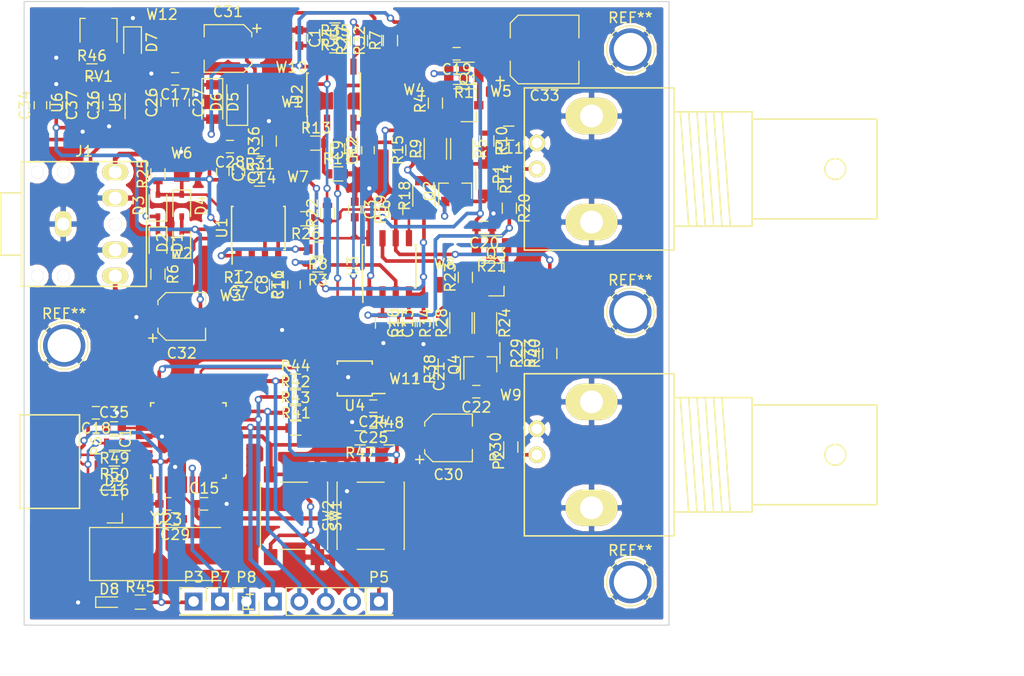
<source format=kicad_pcb>
(kicad_pcb (version 4) (host pcbnew 4.0.3-stable)
  (layers (0 F.Cu signal) (31 B.Cu signal) (34 B.Paste user) (35 F.Paste user) (36 B.SilkS user) (37 F.SilkS user) (38 B.Mask user) (39 F.Mask user) (44 Edge.Cuts user))
  (net 0 "")
  (net 1 GND)
  (net 2 VCC)
  (net 3 +9V)
  (net 4 "Net-(C7-Pad1)")
  (net 5 "Net-(C7-Pad2)")
  (net 6 -9V)
  (net 7 "Net-(C14-Pad1)")
  (net 8 "Net-(C14-Pad2)")
  (net 9 "Net-(C17-Pad1)")
  (net 10 "Net-(C17-Pad2)")
  (net 11 "Net-(C23-Pad2)")
  (net 12 "Net-(C26-Pad1)")
  (net 13 "Net-(C29-Pad2)")
  (net 14 "Net-(C34-Pad1)")
  (net 15 "Net-(C34-Pad2)")
  (net 16 "Net-(C35-Pad2)")
  (net 17 VSS)
  (net 18 "Net-(D1-Pad2)")
  (net 19 "Net-(D3-Pad2)")
  (net 20 /Vref-)
  (net 21 "Net-(D8-Pad2)")
  (net 22 "Net-(D9-Pad1)")
  (net 23 "Net-(D9-Pad2)")
  (net 24 "Net-(IC1-Pad5)")
  (net 25 /BOOTLOADER)
  (net 26 "Net-(IC1-Pad14)")
  (net 27 "Net-(IC1-Pad15)")
  (net 28 "Net-(IC1-Pad16)")
  (net 29 "Net-(IC1-Pad17)")
  (net 30 "Net-(IC1-Pad19)")
  (net 31 /RESET)
  (net 32 "Net-(IC1-Pad29)")
  (net 33 "Net-(IC1-Pad30)")
  (net 34 "Net-(J1-Pad2)")
  (net 35 "Net-(J1-Pad3)")
  (net 36 "Net-(P1-Pad1)")
  (net 37 "Net-(P2-Pad1)")
  (net 38 "Net-(Q1-Pad1)")
  (net 39 "Net-(Q1-Pad2)")
  (net 40 "Net-(Q1-Pad3)")
  (net 41 "Net-(Q2-Pad1)")
  (net 42 "Net-(Q2-Pad2)")
  (net 43 "Net-(Q2-Pad3)")
  (net 44 "Net-(Q3-Pad1)")
  (net 45 "Net-(Q3-Pad2)")
  (net 46 "Net-(Q3-Pad3)")
  (net 47 "Net-(Q4-Pad1)")
  (net 48 "Net-(Q4-Pad2)")
  (net 49 "Net-(Q4-Pad3)")
  (net 50 "Net-(R2-Pad1)")
  (net 51 /RAW_OFFSET1)
  (net 52 "Net-(R3-Pad1)")
  (net 53 /OFFSET1)
  (net 54 "Net-(R15-Pad2)")
  (net 55 "Net-(R10-Pad2)")
  (net 56 "Net-(R10-Pad1)")
  (net 57 "Net-(R13-Pad2)")
  (net 58 "Net-(R19-Pad1)")
  (net 59 "Net-(R22-Pad1)")
  (net 60 /OFFSET2)
  (net 61 "Net-(R23-Pad1)")
  (net 62 "Net-(R24-Pad2)")
  (net 63 "Net-(R27-Pad1)")
  (net 64 /RAW_OFFSET2)
  (net 65 "Net-(R29-Pad1)")
  (net 66 "Net-(R35-Pad2)")
  (net 67 "Net-(R39-Pad1)")
  (net 68 "Net-(R41-Pad2)")
  (net 69 "Net-(R42-Pad2)")
  (net 70 "Net-(R43-Pad2)")
  (net 71 "Net-(R44-Pad2)")
  (net 72 "Net-(R46-Pad1)")
  (net 73 "Net-(U4-Pad3)")
  (module Diodes_SMD:D_SOD-123 (layer F.Cu) (at 70.488 61.66 90)
    (fp_text reference D6 (at 0 -2 90) (layer F.SilkS))
    (fp_text value B0520LW)
    (pad 1 smd rect (at -1.65 0 90) (size 0.9 1.2) (layers F.Cu F.Paste F.Mask) (net 3 +9V))
    (pad 2 smd rect (at 1.65 0 90) (size 0.9 1.2) (layers F.Cu F.Paste F.Mask) (net 9 "Net-(C17-Pad1)"))
  )
  (module Diodes_SMD:D_SOD-123 (layer F.Cu) (at 68.088 61.66 270)
    (fp_text reference D5 (at 0 -2 270) (layer F.SilkS))
    (fp_text value B0520LW)
    (pad 1 smd rect (at -1.65 0 270) (size 0.9 1.2) (layers F.Cu F.Paste F.Mask) (net 9 "Net-(C17-Pad1)"))
    (pad 2 smd rect (at 1.65 0 270) (size 0.9 1.2) (layers F.Cu F.Paste F.Mask) (net 2 VCC))
  )
  (module Diodes_SMD:D_SOD-323 (layer F.Cu) (at 65.151 71.628 270)
    (fp_text reference D4 (at 0 -1.85 270) (layer F.SilkS))
    (fp_text value 12V*)
    (pad 1 smd rect (at -1.05 0 270) (size 0.6 0.45) (layers F.Cu F.Paste F.Mask) (net 19 "Net-(D3-Pad2)"))
    (pad 2 smd rect (at 1.05 0 270) (size 0.6 0.45) (layers F.Cu F.Paste F.Mask) (net 6 -9V))
  )
  (module Diodes_SMD:D_SOD-323 (layer F.Cu) (at 62.865 71.628 90)
    (fp_text reference D3 (at 0 -1.85 90) (layer F.SilkS))
    (fp_text value 12*)
    (pad 1 smd rect (at -1.05 0 90) (size 0.6 0.45) (layers F.Cu F.Paste F.Mask) (net 3 +9V))
    (pad 2 smd rect (at 1.05 0 90) (size 0.6 0.45) (layers F.Cu F.Paste F.Mask) (net 19 "Net-(D3-Pad2)"))
  )
  (module Diodes_SMD:D_SOD-323 (layer F.Cu) (at 65.151 75.184 90)
    (fp_text reference D2 (at 0 -1.85 90) (layer F.SilkS))
    (fp_text value 12V*)
    (pad 1 smd rect (at -1.05 0 90) (size 0.6 0.45) (layers F.Cu F.Paste F.Mask) (net 18 "Net-(D1-Pad2)"))
    (pad 2 smd rect (at 1.05 0 90) (size 0.6 0.45) (layers F.Cu F.Paste F.Mask) (net 6 -9V))
  )
  (module Diodes_SMD:D_SOD-323 (layer F.Cu) (at 62.865 75.184 270)
    (fp_text reference D1 (at 0 -1.85 270) (layer F.SilkS))
    (fp_text value 12V*)
    (pad 1 smd rect (at -1.05 0 270) (size 0.6 0.45) (layers F.Cu F.Paste F.Mask) (net 3 +9V))
    (pad 2 smd rect (at 1.05 0 270) (size 0.6 0.45) (layers F.Cu F.Paste F.Mask) (net 18 "Net-(D1-Pad2)"))
  )
  (module Connectors:1pin (layer F.Cu) (at 108.288 81.86)
    (fp_text reference REF** (at 0 -3.048) (layer F.SilkS))
    (fp_text value 1pin)
    (pad 1 thru_hole circle (at 0 0) (size 4.064 4.064) (drill 3.2) (layers *.Cu *.Mask) (net 1 GND))
  )
  (module Resistors_SMD:R_1206 (layer F.Cu) (at 96.8121 85.83168 270)
    (fp_text reference R33 (at 0 -1.85 270) (layer F.SilkS))
    (fp_text value 0.22)
    (pad 1 smd rect (at -1.45 0 270) (size 0.9 1.7) (layers F.Cu F.Paste F.Mask) (net 62 "Net-(R24-Pad2)"))
    (pad 2 smd rect (at 1.45 0 270) (size 0.9 1.7) (layers F.Cu F.Paste F.Mask) (net 48 "Net-(Q4-Pad2)"))
  )
  (module Housings_SOIC:SOIC-8_3.9x4.9mm_Pitch1.27mm (layer F.Cu) (at 79.756 60.96 90)
    (fp_text reference U2 (at 0 -3.5 90) (layer F.SilkS))
    (fp_text value MC33202)
    (pad 1 smd rect (at -2.7 -1.905 90) (size 1.55 0.6) (layers F.Cu F.Paste F.Mask) (net 53 /OFFSET1))
    (pad 2 smd rect (at -2.7 -0.635 90) (size 1.55 0.6) (layers F.Cu F.Paste F.Mask) (net 57 "Net-(R13-Pad2)"))
    (pad 3 smd rect (at -2.7 0.635 90) (size 1.55 0.6) (layers F.Cu F.Paste F.Mask) (net 50 "Net-(R2-Pad1)"))
    (pad 4 smd rect (at -2.7 1.905 90) (size 1.55 0.6) (layers F.Cu F.Paste F.Mask) (net 6 -9V))
    (pad 5 smd rect (at 2.7 1.905 90) (size 1.55 0.6) (layers F.Cu F.Paste F.Mask) (net 63 "Net-(R27-Pad1)"))
    (pad 6 smd rect (at 2.7 0.635 90) (size 1.55 0.6) (layers F.Cu F.Paste F.Mask) (net 66 "Net-(R35-Pad2)"))
    (pad 7 smd rect (at 2.7 -0.635 90) (size 1.55 0.6) (layers F.Cu F.Paste F.Mask) (net 60 /OFFSET2))
    (pad 8 smd rect (at 2.7 -1.905 90) (size 1.55 0.6) (layers F.Cu F.Paste F.Mask) (net 2 VCC))
  )
  (module Connectors:1pin (layer F.Cu) (at 53.848 85.09)
    (fp_text reference REF** (at 0 -3.048) (layer F.SilkS))
    (fp_text value 1pin)
    (pad 1 thru_hole circle (at 0 0) (size 4.064 4.064) (drill 3.2) (layers *.Cu *.Mask) (net 1 GND))
  )
  (module Connectors:1pin (layer F.Cu) (at 108.288 107.86)
    (fp_text reference REF** (at 0 -3.048) (layer F.SilkS))
    (fp_text value 1pin)
    (pad 1 thru_hole circle (at 0 0) (size 4.064 4.064) (drill 3.2) (layers *.Cu *.Mask) (net 1 GND))
  )
  (module Capacitors_SMD:C_0603 (layer F.Cu) (at 76.454 55.499 270)
    (fp_text reference C1 (at 0 -1.5 270) (layer F.SilkS))
    (fp_text value 1n)
    (pad 1 smd rect (at -0.75 0 270) (size 0.8 0.75) (layers F.Cu F.Paste F.Mask) (net 1 GND))
    (pad 2 smd rect (at 0.75 0 270) (size 0.8 0.75) (layers F.Cu F.Paste F.Mask) (net 2 VCC))
  )
  (module Capacitors_SMD:C_0603 (layer F.Cu) (at 69.09816 68.39712 270)
    (fp_text reference C2 (at 0 -1.5 270) (layer F.SilkS))
    (fp_text value 1n)
    (pad 1 smd rect (at -0.75 0 270) (size 0.8 0.75) (layers F.Cu F.Paste F.Mask) (net 1 GND))
    (pad 2 smd rect (at 0.75 0 270) (size 0.8 0.75) (layers F.Cu F.Paste F.Mask) (net 3 +9V))
  )
  (module Capacitors_SMD:C_0603 (layer F.Cu) (at 81.788 72.009 270)
    (fp_text reference C3 (at 0 -1.5 270) (layer F.SilkS))
    (fp_text value 1n)
    (pad 1 smd rect (at -0.75 0 270) (size 0.8 0.75) (layers F.Cu F.Paste F.Mask) (net 1 GND))
    (pad 2 smd rect (at 0.75 0 270) (size 0.8 0.75) (layers F.Cu F.Paste F.Mask) (net 3 +9V))
  )
  (module Capacitors_SMD:C_0603 (layer F.Cu) (at 77.851 55.499 270)
    (fp_text reference C4 (at 0 -1.5 270) (layer F.SilkS))
    (fp_text value u1)
    (pad 1 smd rect (at -0.75 0 270) (size 0.8 0.75) (layers F.Cu F.Paste F.Mask) (net 1 GND))
    (pad 2 smd rect (at 0.75 0 270) (size 0.8 0.75) (layers F.Cu F.Paste F.Mask) (net 2 VCC))
  )
  (module Capacitors_SMD:C_0603 (layer F.Cu) (at 70.60184 68.39966 270)
    (fp_text reference C5 (at 0 -1.5 270) (layer F.SilkS))
    (fp_text value u1)
    (pad 1 smd rect (at -0.75 0 270) (size 0.8 0.75) (layers F.Cu F.Paste F.Mask) (net 1 GND))
    (pad 2 smd rect (at 0.75 0 270) (size 0.8 0.75) (layers F.Cu F.Paste F.Mask) (net 3 +9V))
  )
  (module Capacitors_SMD:C_0603 (layer F.Cu) (at 83.185 72.009 270)
    (fp_text reference C6 (at 0 -1.5 270) (layer F.SilkS))
    (fp_text value u1)
    (pad 1 smd rect (at -0.75 0 270) (size 0.8 0.75) (layers F.Cu F.Paste F.Mask) (net 1 GND))
    (pad 2 smd rect (at 0.75 0 270) (size 0.8 0.75) (layers F.Cu F.Paste F.Mask) (net 3 +9V))
  )
  (module Capacitors_SMD:C_0603 (layer F.Cu) (at 70.612 78.486 180)
    (fp_text reference C7 (at 0 -1.5 180) (layer F.SilkS))
    (fp_text value *)
    (pad 1 smd rect (at -0.75 0 180) (size 0.8 0.75) (layers F.Cu F.Paste F.Mask) (net 4 "Net-(C7-Pad1)"))
    (pad 2 smd rect (at 0.75 0 180) (size 0.8 0.75) (layers F.Cu F.Paste F.Mask) (net 5 "Net-(C7-Pad2)"))
  )
  (module Capacitors_SMD:C_0603 (layer F.Cu) (at 74.422 79.248 90)
    (fp_text reference C8 (at 0 -1.5 90) (layer F.SilkS))
    (fp_text value u1)
    (pad 1 smd rect (at -0.75 0 90) (size 0.8 0.75) (layers F.Cu F.Paste F.Mask) (net 1 GND))
    (pad 2 smd rect (at 0.75 0 90) (size 0.8 0.75) (layers F.Cu F.Paste F.Mask) (net 6 -9V))
  )
  (module Capacitors_SMD:C_0603 (layer F.Cu) (at 81.661 66.294 90)
    (fp_text reference C9 (at 0 -1.5 90) (layer F.SilkS))
    (fp_text value u1)
    (pad 1 smd rect (at -0.75 0 90) (size 0.8 0.75) (layers F.Cu F.Paste F.Mask) (net 1 GND))
    (pad 2 smd rect (at 0.75 0 90) (size 0.8 0.75) (layers F.Cu F.Paste F.Mask) (net 6 -9V))
  )
  (module Capacitors_SMD:C_0603 (layer F.Cu) (at 86.995 82.931 90)
    (fp_text reference C10 (at 0 -1.5 90) (layer F.SilkS))
    (fp_text value u1)
    (pad 1 smd rect (at -0.75 0 90) (size 0.8 0.75) (layers F.Cu F.Paste F.Mask) (net 1 GND))
    (pad 2 smd rect (at 0.75 0 90) (size 0.8 0.75) (layers F.Cu F.Paste F.Mask) (net 6 -9V))
  )
  (module Capacitors_SMD:C_0603 (layer F.Cu) (at 75.946 79.248 90)
    (fp_text reference C11 (at 0 -1.5 90) (layer F.SilkS))
    (fp_text value 1n)
    (pad 1 smd rect (at -0.75 0 90) (size 0.8 0.75) (layers F.Cu F.Paste F.Mask) (net 1 GND))
    (pad 2 smd rect (at 0.75 0 90) (size 0.8 0.75) (layers F.Cu F.Paste F.Mask) (net 6 -9V))
  )
  (module Capacitors_SMD:C_0603 (layer F.Cu) (at 83.058 66.294 90)
    (fp_text reference C12 (at 0 -1.5 90) (layer F.SilkS))
    (fp_text value 1n)
    (pad 1 smd rect (at -0.75 0 90) (size 0.8 0.75) (layers F.Cu F.Paste F.Mask) (net 1 GND))
    (pad 2 smd rect (at 0.75 0 90) (size 0.8 0.75) (layers F.Cu F.Paste F.Mask) (net 6 -9V))
  )
  (module Capacitors_SMD:C_0603 (layer F.Cu) (at 88.392 82.931 90)
    (fp_text reference C13 (at 0 -1.5 90) (layer F.SilkS))
    (fp_text value 1n)
    (pad 1 smd rect (at -0.75 0 90) (size 0.8 0.75) (layers F.Cu F.Paste F.Mask) (net 1 GND))
    (pad 2 smd rect (at 0.75 0 90) (size 0.8 0.75) (layers F.Cu F.Paste F.Mask) (net 6 -9V))
  )
  (module Capacitors_SMD:C_0603 (layer F.Cu) (at 72.7964 67.4751 180)
    (fp_text reference C14 (at 0 -1.5 180) (layer F.SilkS))
    (fp_text value *)
    (pad 1 smd rect (at -0.75 0 180) (size 0.8 0.75) (layers F.Cu F.Paste F.Mask) (net 7 "Net-(C14-Pad1)"))
    (pad 2 smd rect (at 0.75 0 180) (size 0.8 0.75) (layers F.Cu F.Paste F.Mask) (net 8 "Net-(C14-Pad2)"))
  )
  (module Capacitors_SMD:C_0603 (layer F.Cu) (at 67.31 100.33)
    (fp_text reference C15 (at 0 -1.5) (layer F.SilkS))
    (fp_text value 1n)
    (pad 1 smd rect (at -0.75 0) (size 0.8 0.75) (layers F.Cu F.Paste F.Mask) (net 2 VCC))
    (pad 2 smd rect (at 0.75 0) (size 0.8 0.75) (layers F.Cu F.Paste F.Mask) (net 1 GND))
  )
  (module Capacitors_SMD:C_0603 (layer F.Cu) (at 58.674 97.536 180)
    (fp_text reference C16 (at 0 -1.5 180) (layer F.SilkS))
    (fp_text value u1)
    (pad 1 smd rect (at -0.75 0 180) (size 0.8 0.75) (layers F.Cu F.Paste F.Mask) (net 2 VCC))
    (pad 2 smd rect (at 0.75 0 180) (size 0.8 0.75) (layers F.Cu F.Paste F.Mask) (net 1 GND))
  )
  (module Capacitors_SMD:C_0603 (layer F.Cu) (at 64.516 59.436 180)
    (fp_text reference C17 (at 0 -1.5 180) (layer F.SilkS))
    (fp_text value 1u)
    (pad 1 smd rect (at -0.75 0 180) (size 0.8 0.75) (layers F.Cu F.Paste F.Mask) (net 9 "Net-(C17-Pad1)"))
    (pad 2 smd rect (at 0.75 0 180) (size 0.8 0.75) (layers F.Cu F.Paste F.Mask) (net 10 "Net-(C17-Pad2)"))
  )
  (module Capacitors_SMD:C_0603 (layer F.Cu) (at 56.896 91.567 180)
    (fp_text reference C18 (at 0 -1.5 180) (layer F.SilkS))
    (fp_text value 1u)
    (pad 1 smd rect (at -0.75 0 180) (size 0.8 0.75) (layers F.Cu F.Paste F.Mask) (net 1 GND))
    (pad 2 smd rect (at 0.75 0 180) (size 0.8 0.75) (layers F.Cu F.Paste F.Mask) (net 2 VCC))
  )
  (module Capacitors_SMD:C_0603 (layer F.Cu) (at 91.57716 57.023 180)
    (fp_text reference C19 (at 0 -1.5 180) (layer F.SilkS))
    (fp_text value 1u)
    (pad 1 smd rect (at -0.75 0 180) (size 0.8 0.75) (layers F.Cu F.Paste F.Mask) (net 1 GND))
    (pad 2 smd rect (at 0.75 0 180) (size 0.8 0.75) (layers F.Cu F.Paste F.Mask) (net 3 +9V))
  )
  (module Capacitors_SMD:C_0603 (layer F.Cu) (at 94.23908 73.7362 180)
    (fp_text reference C20 (at 0 -1.5 180) (layer F.SilkS))
    (fp_text value 1u)
    (pad 1 smd rect (at -0.75 0 180) (size 0.8 0.75) (layers F.Cu F.Paste F.Mask) (net 1 GND))
    (pad 2 smd rect (at 0.75 0 180) (size 0.8 0.75) (layers F.Cu F.Paste F.Mask) (net 3 +9V))
  )
  (module Capacitors_SMD:C_0603 (layer F.Cu) (at 88.39962 88.06815 270)
    (fp_text reference C21 (at 0 -1.5 270) (layer F.SilkS))
    (fp_text value 1u)
    (pad 1 smd rect (at -0.75 0 270) (size 0.8 0.75) (layers F.Cu F.Paste F.Mask) (net 1 GND))
    (pad 2 smd rect (at 0.75 0 270) (size 0.8 0.75) (layers F.Cu F.Paste F.Mask) (net 6 -9V))
  )
  (module Capacitors_SMD:C_0603 (layer F.Cu) (at 93.472 89.535 180)
    (fp_text reference C22 (at 0 -1.5 180) (layer F.SilkS))
    (fp_text value 1u)
    (pad 1 smd rect (at -0.75 0 180) (size 0.8 0.75) (layers F.Cu F.Paste F.Mask) (net 1 GND))
    (pad 2 smd rect (at 0.75 0 180) (size 0.8 0.75) (layers F.Cu F.Paste F.Mask) (net 6 -9V))
  )
  (module Capacitors_SMD:C_0603 (layer F.Cu) (at 63.754 100.33 180)
    (fp_text reference C23 (at 0 -1.5 180) (layer F.SilkS))
    (fp_text value 22p)
    (pad 1 smd rect (at -0.75 0 180) (size 0.8 0.75) (layers F.Cu F.Paste F.Mask) (net 1 GND))
    (pad 2 smd rect (at 0.75 0 180) (size 0.8 0.75) (layers F.Cu F.Paste F.Mask) (net 11 "Net-(C23-Pad2)"))
  )
  (module Capacitors_SMD:C_0603 (layer F.Cu) (at 83.566 90.932 180)
    (fp_text reference C24 (at 0 -1.5 180) (layer F.SilkS))
    (fp_text value u1)
    (pad 1 smd rect (at -0.75 0 180) (size 0.8 0.75) (layers F.Cu F.Paste F.Mask) (net 2 VCC))
    (pad 2 smd rect (at 0.75 0 180) (size 0.8 0.75) (layers F.Cu F.Paste F.Mask) (net 1 GND))
  )
  (module Capacitors_SMD:C_0603 (layer F.Cu) (at 83.566 92.456 180)
    (fp_text reference C25 (at 0 -1.5 180) (layer F.SilkS))
    (fp_text value 1n)
    (pad 1 smd rect (at -0.75 0 180) (size 0.8 0.75) (layers F.Cu F.Paste F.Mask) (net 2 VCC))
    (pad 2 smd rect (at 0.75 0 180) (size 0.8 0.75) (layers F.Cu F.Paste F.Mask) (net 1 GND))
  )
  (module Capacitors_SMD:C_0603 (layer F.Cu) (at 63.754 61.722 90)
    (fp_text reference C26 (at 0 -1.5 90) (layer F.SilkS))
    (fp_text value 1u)
    (pad 1 smd rect (at -0.75 0 90) (size 0.8 0.75) (layers F.Cu F.Paste F.Mask) (net 12 "Net-(C26-Pad1)"))
    (pad 2 smd rect (at 0.75 0 90) (size 0.8 0.75) (layers F.Cu F.Paste F.Mask) (net 10 "Net-(C17-Pad2)"))
  )
  (module Capacitors_SMD:C_0603 (layer F.Cu) (at 65.278 61.722 270)
    (fp_text reference C27 (at 0 -1.5 270) (layer F.SilkS))
    (fp_text value 1u)
    (pad 1 smd rect (at -0.75 0 270) (size 0.8 0.75) (layers F.Cu F.Paste F.Mask) (net 1 GND))
    (pad 2 smd rect (at 0.75 0 270) (size 0.8 0.75) (layers F.Cu F.Paste F.Mask) (net 2 VCC))
  )
  (module Capacitors_SMD:C_0603 (layer F.Cu) (at 69.78396 65.95872 180)
    (fp_text reference C28 (at 0 -1.5 180) (layer F.SilkS))
    (fp_text value 1u)
    (pad 1 smd rect (at -0.75 0 180) (size 0.8 0.75) (layers F.Cu F.Paste F.Mask) (net 1 GND))
    (pad 2 smd rect (at 0.75 0 180) (size 0.8 0.75) (layers F.Cu F.Paste F.Mask) (net 3 +9V))
  )
  (module Capacitors_SMD:C_0603 (layer F.Cu) (at 64.51092 101.78796 180)
    (fp_text reference C29 (at 0 -1.5 180) (layer F.SilkS))
    (fp_text value 22p)
    (pad 1 smd rect (at -0.75 0 180) (size 0.8 0.75) (layers F.Cu F.Paste F.Mask) (net 1 GND))
    (pad 2 smd rect (at 0.75 0 180) (size 0.8 0.75) (layers F.Cu F.Paste F.Mask) (net 13 "Net-(C29-Pad2)"))
  )
  (module Capacitors_SMD:CP_Elec_4x5.8 (layer F.Cu) (at 90.805 93.98)
    (fp_text reference C30 (at 0 3.54) (layer F.SilkS))
    (fp_text value 10u)
    (fp_text user + (at -2.78 2.01) (layer F.SilkS))
    (pad 1 smd rect (at -1.8 0 180) (size 2.6 1.6) (layers F.Cu F.Paste F.Mask) (net 2 VCC))
    (pad 2 smd rect (at 1.8 0 180) (size 2.6 1.6) (layers F.Cu F.Paste F.Mask) (net 1 GND))
  )
  (module Capacitors_SMD:CP_Elec_4x5.8 (layer F.Cu) (at 69.596 56.515 180)
    (fp_text reference C31 (at 0 3.54 180) (layer F.SilkS))
    (fp_text value 10u)
    (fp_text user + (at -2.78 2.01 180) (layer F.SilkS))
    (pad 1 smd rect (at -1.8 0) (size 2.6 1.6) (layers F.Cu F.Paste F.Mask) (net 3 +9V))
    (pad 2 smd rect (at 1.8 0) (size 2.6 1.6) (layers F.Cu F.Paste F.Mask) (net 1 GND))
  )
  (module Capacitors_SMD:CP_Elec_4x5.8 (layer F.Cu) (at 65.151 82.296)
    (fp_text reference C32 (at 0 3.54) (layer F.SilkS))
    (fp_text value 10u)
    (fp_text user + (at -2.78 2.01) (layer F.SilkS))
    (pad 1 smd rect (at -1.8 0 180) (size 2.6 1.6) (layers F.Cu F.Paste F.Mask) (net 1 GND))
    (pad 2 smd rect (at 1.8 0 180) (size 2.6 1.6) (layers F.Cu F.Paste F.Mask) (net 6 -9V))
  )
  (module Capacitors_SMD:CP_Elec_6.3x7.7 (layer F.Cu) (at 100.038 56.61)
    (fp_text reference C33 (at 0 4.43) (layer F.SilkS))
    (fp_text value 100u)
    (fp_text user + (at -4.28 2.91) (layer F.SilkS))
    (pad 1 smd rect (at -2.7 0 180) (size 3.5 1.6) (layers F.Cu F.Paste F.Mask) (net 2 VCC))
    (pad 2 smd rect (at 2.7 0 180) (size 3.5 1.6) (layers F.Cu F.Paste F.Mask) (net 1 GND))
  )
  (module Capacitors_SMD:C_0603 (layer F.Cu) (at 51.562 61.976 90)
    (fp_text reference C34 (at 0 -1.5 90) (layer F.SilkS))
    (fp_text value 1u)
    (pad 1 smd rect (at -0.75 0 90) (size 0.8 0.75) (layers F.Cu F.Paste F.Mask) (net 14 "Net-(C34-Pad1)"))
    (pad 2 smd rect (at 0.75 0 90) (size 0.8 0.75) (layers F.Cu F.Paste F.Mask) (net 15 "Net-(C34-Pad2)"))
  )
  (module Capacitors_SMD:C_0603 (layer F.Cu) (at 58.63971 93.02877)
    (fp_text reference C35 (at 0 -1.5) (layer F.SilkS))
    (fp_text value 1u)
    (pad 1 smd rect (at -0.75 0) (size 0.8 0.75) (layers F.Cu F.Paste F.Mask) (net 1 GND))
    (pad 2 smd rect (at 0.75 0) (size 0.8 0.75) (layers F.Cu F.Paste F.Mask) (net 16 "Net-(C35-Pad2)"))
  )
  (module Capacitors_SMD:C_0603 (layer F.Cu) (at 58.166 61.976 90)
    (fp_text reference C36 (at 0 -1.5 90) (layer F.SilkS))
    (fp_text value 1u)
    (pad 1 smd rect (at -0.75 0 90) (size 0.8 0.75) (layers F.Cu F.Paste F.Mask) (net 1 GND))
    (pad 2 smd rect (at 0.75 0 90) (size 0.8 0.75) (layers F.Cu F.Paste F.Mask) (net 17 VSS))
  )
  (module Capacitors_SMD:C_0603 (layer F.Cu) (at 53.086 61.976 270)
    (fp_text reference C37 (at 0 -1.5 270) (layer F.SilkS))
    (fp_text value 1u)
    (pad 1 smd rect (at -0.75 0 270) (size 0.8 0.75) (layers F.Cu F.Paste F.Mask) (net 1 GND))
    (pad 2 smd rect (at 0.75 0 270) (size 0.8 0.75) (layers F.Cu F.Paste F.Mask) (net 6 -9V))
  )
  (module LEDs:LED_0603 (layer F.Cu) (at 58.1787 109.78515)
    (fp_text reference D8 (at 0 -1.25) (layer F.SilkS))
    (fp_text value green)
    (pad 2 smd rect (at 0.8 0 180) (size 0.8 0.8) (layers F.Cu F.Paste F.Mask) (net 21 "Net-(D8-Pad2)"))
    (pad 1 smd rect (at -0.8 0 180) (size 0.8 0.8) (layers F.Cu F.Paste F.Mask) (net 1 GND))
  )
  (module TO_SOT_Packages_SMD:SOT-23 (layer F.Cu) (at 58.674 100.584)
    (fp_text reference D9 (at 0 -2.5) (layer F.SilkS))
    (fp_text value SZMMBZ27VCLT1G)
    (pad 1 smd rect (at -1 -0.95) (size 0.9 0.8) (layers F.Cu F.Paste F.Mask) (net 22 "Net-(D9-Pad1)"))
    (pad 2 smd rect (at -1 0.95) (size 0.9 0.8) (layers F.Cu F.Paste F.Mask) (net 23 "Net-(D9-Pad2)"))
    (pad 3 smd rect (at 1 0) (size 0.9 0.8) (layers F.Cu F.Paste F.Mask) (net 1 GND))
  )
  (module Housings_QFP:TQFP-32_7x7mm_Pitch0.8mm (layer F.Cu) (at 65.786 94.234 90)
    (fp_text reference IC1 (at 0 -6.05 90) (layer F.SilkS))
    (fp_text value ATMEGA16U2)
    (pad 1 smd rect (at -4.25 -2.8 90) (size 1.6 0.55) (layers F.Cu F.Paste F.Mask) (net 11 "Net-(C23-Pad2)"))
    (pad 2 smd rect (at -4.25 -2 90) (size 1.6 0.55) (layers F.Cu F.Paste F.Mask) (net 13 "Net-(C29-Pad2)"))
    (pad 3 smd rect (at -4.25 -1.2 90) (size 1.6 0.55) (layers F.Cu F.Paste F.Mask) (net 1 GND))
    (pad 4 smd rect (at -4.25 -0.4 90) (size 1.6 0.55) (layers F.Cu F.Paste F.Mask) (net 2 VCC))
    (pad 5 smd rect (at -4.25 0.4 90) (size 1.6 0.55) (layers F.Cu F.Paste F.Mask) (net 24 "Net-(IC1-Pad5)"))
    (pad 6 smd rect (at -4.25 1.2 90) (size 1.6 0.55) (layers F.Cu F.Paste F.Mask))
    (pad 7 smd rect (at -4.25 2 90) (size 1.6 0.55) (layers F.Cu F.Paste F.Mask))
    (pad 8 smd rect (at -4.25 2.8 90) (size 1.6 0.55) (layers F.Cu F.Paste F.Mask))
    (pad 9 smd rect (at -2.8 4.25 180) (size 1.6 0.55) (layers F.Cu F.Paste F.Mask))
    (pad 10 smd rect (at -2 4.25 180) (size 1.6 0.55) (layers F.Cu F.Paste F.Mask))
    (pad 11 smd rect (at -1.2 4.25 180) (size 1.6 0.55) (layers F.Cu F.Paste F.Mask))
    (pad 12 smd rect (at -0.4 4.25 180) (size 1.6 0.55) (layers F.Cu F.Paste F.Mask))
    (pad 13 smd rect (at 0.4 4.25 180) (size 1.6 0.55) (layers F.Cu F.Paste F.Mask) (net 25 /BOOTLOADER))
    (pad 14 smd rect (at 1.2 4.25 180) (size 1.6 0.55) (layers F.Cu F.Paste F.Mask) (net 26 "Net-(IC1-Pad14)"))
    (pad 15 smd rect (at 2 4.25 180) (size 1.6 0.55) (layers F.Cu F.Paste F.Mask) (net 27 "Net-(IC1-Pad15)"))
    (pad 16 smd rect (at 2.8 4.25 180) (size 1.6 0.55) (layers F.Cu F.Paste F.Mask) (net 28 "Net-(IC1-Pad16)"))
    (pad 17 smd rect (at 4.25 2.8 90) (size 1.6 0.55) (layers F.Cu F.Paste F.Mask) (net 29 "Net-(IC1-Pad17)"))
    (pad 18 smd rect (at 4.25 2 90) (size 1.6 0.55) (layers F.Cu F.Paste F.Mask))
    (pad 19 smd rect (at 4.25 1.2 90) (size 1.6 0.55) (layers F.Cu F.Paste F.Mask) (net 30 "Net-(IC1-Pad19)"))
    (pad 20 smd rect (at 4.25 0.4 90) (size 1.6 0.55) (layers F.Cu F.Paste F.Mask))
    (pad 21 smd rect (at 4.25 -0.4 90) (size 1.6 0.55) (layers F.Cu F.Paste F.Mask))
    (pad 22 smd rect (at 4.25 -1.2 90) (size 1.6 0.55) (layers F.Cu F.Paste F.Mask))
    (pad 23 smd rect (at 4.25 -2 90) (size 1.6 0.55) (layers F.Cu F.Paste F.Mask))
    (pad 24 smd rect (at 4.25 -2.8 90) (size 1.6 0.55) (layers F.Cu F.Paste F.Mask) (net 31 /RESET))
    (pad 25 smd rect (at 2.8 -4.25 180) (size 1.6 0.55) (layers F.Cu F.Paste F.Mask))
    (pad 26 smd rect (at 2 -4.25 180) (size 1.6 0.55) (layers F.Cu F.Paste F.Mask))
    (pad 27 smd rect (at 1.2 -4.25 180) (size 1.6 0.55) (layers F.Cu F.Paste F.Mask) (net 16 "Net-(C35-Pad2)"))
    (pad 28 smd rect (at 0.4 -4.25 180) (size 1.6 0.55) (layers F.Cu F.Paste F.Mask) (net 1 GND))
    (pad 29 smd rect (at -0.4 -4.25 180) (size 1.6 0.55) (layers F.Cu F.Paste F.Mask) (net 32 "Net-(IC1-Pad29)"))
    (pad 30 smd rect (at -1.2 -4.25 180) (size 1.6 0.55) (layers F.Cu F.Paste F.Mask) (net 33 "Net-(IC1-Pad30)"))
    (pad 31 smd rect (at -2 -4.25 180) (size 1.6 0.55) (layers F.Cu F.Paste F.Mask) (net 2 VCC))
    (pad 32 smd rect (at -2.8 -4.25 180) (size 1.6 0.55) (layers F.Cu F.Paste F.Mask) (net 2 VCC))
  )
  (module OpenLab:BNC_Socket_TYCO-AMP_FIX (layer F.Cu) (at 105.288 68.11 270)
    (fp_text reference P1 (at 0.508 9.652 270) (layer F.SilkS))
    (fp_text value CH1)
    (pad 2 thru_hole oval (at -5.09778 0.7366 270) (size 3.50012 5.00126) (drill 2.19964) (layers *.Cu *.Mask F.SilkS) (net 1 GND))
    (pad 2 thru_hole oval (at 5.10032 0.7366 270) (size 3.50012 5.00126) (drill 2.19964) (layers *.Cu *.Mask F.SilkS) (net 1 GND))
    (pad 1 thru_hole circle (at 0 6 270) (size 1.6002 1.6002) (drill 1.00076) (layers *.Cu *.Mask F.SilkS) (net 36 "Net-(P1-Pad1)"))
    (pad 2 thru_hole circle (at -2.5 6 270) (size 1.6002 1.6002) (drill 1.00076) (layers *.Cu *.Mask F.SilkS) (net 1 GND))
  )
  (module OpenLab:BNC_Socket_TYCO-AMP_FIX (layer F.Cu) (at 105.288 95.61 270)
    (fp_text reference P2 (at 0.508 9.652 270) (layer F.SilkS))
    (fp_text value CH2)
    (pad 2 thru_hole oval (at -5.09778 0.7366 270) (size 3.50012 5.00126) (drill 2.19964) (layers *.Cu *.Mask F.SilkS) (net 1 GND))
    (pad 2 thru_hole oval (at 5.10032 0.7366 270) (size 3.50012 5.00126) (drill 2.19964) (layers *.Cu *.Mask F.SilkS) (net 1 GND))
    (pad 1 thru_hole circle (at 0 6 270) (size 1.6002 1.6002) (drill 1.00076) (layers *.Cu *.Mask F.SilkS) (net 37 "Net-(P2-Pad1)"))
    (pad 2 thru_hole circle (at -2.5 6 270) (size 1.6002 1.6002) (drill 1.00076) (layers *.Cu *.Mask F.SilkS) (net 1 GND))
  )
  (module OpenLab:USB_Micro-B_SMD (layer F.Cu) (at 52.324 96.266 270)
    (fp_text reference P6 (at -1.5 -4.625 270) (layer F.SilkS))
    (fp_text value USB_OTG)
    (pad 6 smd rect (at -4.5 0.75) (size 1.9 1.8) (layers F.Cu F.Paste F.Mask) (net 1 GND))
    (pad 6 smd rect (at 4.5 0.75) (size 1.9 1.8) (layers F.Cu F.Paste F.Mask) (net 1 GND))
    (pad 1 smd rect (at -1.3 -2) (size 1.6 0.4) (layers F.Cu F.Paste F.Mask) (net 2 VCC))
    (pad 2 smd rect (at -0.65 -2) (size 1.6 0.4) (layers F.Cu F.Paste F.Mask) (net 22 "Net-(D9-Pad1)"))
    (pad 3 smd rect (at -0.0009 -2) (size 1.6 0.4) (layers F.Cu F.Paste F.Mask) (net 23 "Net-(D9-Pad2)"))
    (pad 4 smd rect (at 0.65 -2) (size 1.6 0.4) (layers F.Cu F.Paste F.Mask))
    (pad 5 smd rect (at 1.3 -2) (size 1.6 0.4) (layers F.Cu F.Paste F.Mask) (net 1 GND))
    (pad 6 smd rect (at -1.25 0.75) (size 1.9 1.8) (layers F.Cu F.Paste F.Mask) (net 1 GND))
    (pad 6 smd rect (at 1.25 0.75) (size 1.9 1.8) (layers F.Cu F.Paste F.Mask) (net 1 GND))
  )
  (module TO_SOT_Packages_SMD:SOT-23 (layer F.Cu) (at 92.71 61.976)
    (fp_text reference Q1 (at 0 -2.5) (layer F.SilkS))
    (fp_text value BC817-40*)
    (pad 1 smd rect (at -1 -0.95) (size 0.9 0.8) (layers F.Cu F.Paste F.Mask) (net 38 "Net-(Q1-Pad1)"))
    (pad 2 smd rect (at -1 0.95) (size 0.9 0.8) (layers F.Cu F.Paste F.Mask) (net 39 "Net-(Q1-Pad2)"))
    (pad 3 smd rect (at 1 0) (size 0.9 0.8) (layers F.Cu F.Paste F.Mask) (net 40 "Net-(Q1-Pad3)"))
  )
  (module TO_SOT_Packages_SMD:SOT-23 (layer F.Cu) (at 91.44 70.231 90)
    (fp_text reference Q2 (at 0 -2.5 90) (layer F.SilkS))
    (fp_text value BC807-40*)
    (pad 1 smd rect (at -1 -0.95 90) (size 0.9 0.8) (layers F.Cu F.Paste F.Mask) (net 41 "Net-(Q2-Pad1)"))
    (pad 2 smd rect (at -1 0.95 90) (size 0.9 0.8) (layers F.Cu F.Paste F.Mask) (net 42 "Net-(Q2-Pad2)"))
    (pad 3 smd rect (at 1 0 90) (size 0.9 0.8) (layers F.Cu F.Paste F.Mask) (net 43 "Net-(Q2-Pad3)"))
  )
  (module TO_SOT_Packages_SMD:SOT-23 (layer F.Cu) (at 95.377 78.74)
    (fp_text reference Q3 (at 0 -2.5) (layer F.SilkS))
    (fp_text value BC817-40*)
    (pad 1 smd rect (at -1 -0.95) (size 0.9 0.8) (layers F.Cu F.Paste F.Mask) (net 44 "Net-(Q3-Pad1)"))
    (pad 2 smd rect (at -1 0.95) (size 0.9 0.8) (layers F.Cu F.Paste F.Mask) (net 45 "Net-(Q3-Pad2)"))
    (pad 3 smd rect (at 1 0) (size 0.9 0.8) (layers F.Cu F.Paste F.Mask) (net 46 "Net-(Q3-Pad3)"))
  )
  (module TO_SOT_Packages_SMD:SOT-23 (layer F.Cu) (at 93.85808 86.93404 90)
    (fp_text reference Q4 (at 0 -2.5 90) (layer F.SilkS))
    (fp_text value BC807-40*)
    (pad 1 smd rect (at -1 -0.95 90) (size 0.9 0.8) (layers F.Cu F.Paste F.Mask) (net 47 "Net-(Q4-Pad1)"))
    (pad 2 smd rect (at -1 0.95 90) (size 0.9 0.8) (layers F.Cu F.Paste F.Mask) (net 48 "Net-(Q4-Pad2)"))
    (pad 3 smd rect (at 1 0 90) (size 0.9 0.8) (layers F.Cu F.Paste F.Mask) (net 49 "Net-(Q4-Pad3)"))
  )
  (module Resistors_SMD:R_1206 (layer F.Cu) (at 92.27312 58.9026 180)
    (fp_text reference R1 (at 0 -1.85 180) (layer F.SilkS))
    (fp_text value 82*)
    (pad 1 smd rect (at -1.45 0 180) (size 0.9 1.7) (layers F.Cu F.Paste F.Mask) (net 40 "Net-(Q1-Pad3)"))
    (pad 2 smd rect (at 1.45 0 180) (size 0.9 1.7) (layers F.Cu F.Paste F.Mask) (net 3 +9V))
  )
  (module Resistors_SMD:R_0603 (layer F.Cu) (at 80.137 66.167 270)
    (fp_text reference R2 (at 0 -1.45 270) (layer F.SilkS))
    (fp_text value 100k)
    (pad 1 smd rect (at -0.75 0 270) (size 0.5 0.9) (layers F.Cu F.Paste F.Mask) (net 50 "Net-(R2-Pad1)"))
    (pad 2 smd rect (at 0.75 0 270) (size 0.5 0.9) (layers F.Cu F.Paste F.Mask) (net 51 /RAW_OFFSET1))
  )
  (module Resistors_SMD:R_0603 (layer F.Cu) (at 78.232 77.343 180)
    (fp_text reference R3 (at 0 -1.45 180) (layer F.SilkS))
    (fp_text value 100k)
    (pad 1 smd rect (at -0.75 0 180) (size 0.5 0.9) (layers F.Cu F.Paste F.Mask) (net 52 "Net-(R3-Pad1)"))
    (pad 2 smd rect (at 0.75 0 180) (size 0.5 0.9) (layers F.Cu F.Paste F.Mask) (net 53 /OFFSET1))
  )
  (module Resistors_SMD:R_0603 (layer F.Cu) (at 89.54008 61.7728 90)
    (fp_text reference R4 (at 0 -1.45 90) (layer F.SilkS))
    (fp_text value 470*)
    (pad 1 smd rect (at -0.75 0 90) (size 0.5 0.9) (layers F.Cu F.Paste F.Mask) (net 54 "Net-(R15-Pad2)"))
    (pad 2 smd rect (at 0.75 0 90) (size 0.5 0.9) (layers F.Cu F.Paste F.Mask) (net 38 "Net-(Q1-Pad1)"))
  )
  (module Resistors_SMD:R_1206 (layer F.Cu) (at 92.075 66.167 270)
    (fp_text reference R5 (at 0 -1.85 270) (layer F.SilkS))
    (fp_text value 0.22)
    (pad 1 smd rect (at -1.45 0 270) (size 0.9 1.7) (layers F.Cu F.Paste F.Mask) (net 39 "Net-(Q1-Pad2)"))
    (pad 2 smd rect (at 1.45 0 270) (size 0.9 1.7) (layers F.Cu F.Paste F.Mask) (net 55 "Net-(R10-Pad2)"))
  )
  (module Resistors_SMD:R_0603 (layer F.Cu) (at 62.865 78.232 270)
    (fp_text reference R6 (at 0 -1.45 270) (layer F.SilkS))
    (fp_text value 10k*)
    (pad 1 smd rect (at -0.75 0 270) (size 0.5 0.9) (layers F.Cu F.Paste F.Mask) (net 18 "Net-(D1-Pad2)"))
    (pad 2 smd rect (at 0.75 0 270) (size 0.5 0.9) (layers F.Cu F.Paste F.Mask) (net 34 "Net-(J1-Pad2)"))
  )
  (module Resistors_SMD:R_0603 (layer F.Cu) (at 85.217 55.753 90)
    (fp_text reference R7 (at 0 -1.45 90) (layer F.SilkS))
    (fp_text value 100k)
    (pad 1 smd rect (at -0.75 0 90) (size 0.5 0.9) (layers F.Cu F.Paste F.Mask) (net 50 "Net-(R2-Pad1)"))
    (pad 2 smd rect (at 0.75 0 90) (size 0.5 0.9) (layers F.Cu F.Paste F.Mask) (net 20 /Vref-))
  )
  (module Resistors_SMD:R_0603 (layer F.Cu) (at 78.232 75.819 180)
    (fp_text reference R8 (at 0 -1.45 180) (layer F.SilkS))
    (fp_text value 100k)
    (pad 1 smd rect (at -0.75 0 180) (size 0.5 0.9) (layers F.Cu F.Paste F.Mask) (net 52 "Net-(R3-Pad1)"))
    (pad 2 smd rect (at 0.75 0 180) (size 0.5 0.9) (layers F.Cu F.Paste F.Mask) (net 5 "Net-(C7-Pad2)"))
  )
  (module Resistors_SMD:R_1206 (layer F.Cu) (at 89.535 66.167 90)
    (fp_text reference R9 (at 0 -1.85 90) (layer F.SilkS))
    (fp_text value 22*)
    (pad 1 smd rect (at -1.45 0 90) (size 0.9 1.7) (layers F.Cu F.Paste F.Mask) (net 55 "Net-(R10-Pad2)"))
    (pad 2 smd rect (at 1.45 0 90) (size 0.9 1.7) (layers F.Cu F.Paste F.Mask) (net 54 "Net-(R15-Pad2)"))
  )
  (module Resistors_SMD:R_0603 (layer F.Cu) (at 94.48038 65.41008 270)
    (fp_text reference R10 (at 0 -1.45 270) (layer F.SilkS))
    (fp_text value 0*)
    (pad 1 smd rect (at -0.75 0 270) (size 0.5 0.9) (layers F.Cu F.Paste F.Mask) (net 56 "Net-(R10-Pad1)"))
    (pad 2 smd rect (at 0.75 0 270) (size 0.5 0.9) (layers F.Cu F.Paste F.Mask) (net 55 "Net-(R10-Pad2)"))
  )
  (module Resistors_SMD:R_0603 (layer F.Cu) (at 96.59112 64.66332 180)
    (fp_text reference R11 (at 0 -1.45 180) (layer F.SilkS))
    (fp_text value 0*)
    (pad 1 smd rect (at -0.75 0 180) (size 0.5 0.9) (layers F.Cu F.Paste F.Mask) (net 36 "Net-(P1-Pad1)"))
    (pad 2 smd rect (at 0.75 0 180) (size 0.5 0.9) (layers F.Cu F.Paste F.Mask) (net 56 "Net-(R10-Pad1)"))
  )
  (module Resistors_SMD:R_0603 (layer F.Cu) (at 70.612 80.01)
    (fp_text reference R12 (at 0 -1.45) (layer F.SilkS))
    (fp_text value 110k)
    (pad 1 smd rect (at -0.75 0) (size 0.5 0.9) (layers F.Cu F.Paste F.Mask) (net 5 "Net-(C7-Pad2)"))
    (pad 2 smd rect (at 0.75 0) (size 0.5 0.9) (layers F.Cu F.Paste F.Mask) (net 4 "Net-(C7-Pad1)"))
  )
  (module Resistors_SMD:R_0603 (layer F.Cu) (at 78.04404 65.62344)
    (fp_text reference R13 (at 0 -1.45) (layer F.SilkS))
    (fp_text value 30k)
    (pad 1 smd rect (at -0.75 0) (size 0.5 0.9) (layers F.Cu F.Paste F.Mask) (net 53 /OFFSET1))
    (pad 2 smd rect (at 0.75 0) (size 0.5 0.9) (layers F.Cu F.Paste F.Mask) (net 57 "Net-(R13-Pad2)"))
  )
  (module Resistors_SMD:R_1206 (layer F.Cu) (at 94.488 69.088 270)
    (fp_text reference R14 (at 0 -1.85 270) (layer F.SilkS))
    (fp_text value 0.22)
    (pad 1 smd rect (at -1.45 0 270) (size 0.9 1.7) (layers F.Cu F.Paste F.Mask) (net 55 "Net-(R10-Pad2)"))
    (pad 2 smd rect (at 1.45 0 270) (size 0.9 1.7) (layers F.Cu F.Paste F.Mask) (net 42 "Net-(Q2-Pad2)"))
  )
  (module Resistors_SMD:R_0603 (layer F.Cu) (at 87.376 66.294 90)
    (fp_text reference R15 (at 0 -1.45 90) (layer F.SilkS))
    (fp_text value 470*)
    (pad 1 smd rect (at -0.75 0 90) (size 0.5 0.9) (layers F.Cu F.Paste F.Mask) (net 41 "Net-(Q2-Pad1)"))
    (pad 2 smd rect (at 0.75 0 90) (size 0.5 0.9) (layers F.Cu F.Paste F.Mask) (net 54 "Net-(R15-Pad2)"))
  )
  (module Resistors_SMD:R_0603 (layer F.Cu) (at 72.898 79.248 270)
    (fp_text reference R16 (at 0 -1.45 270) (layer F.SilkS))
    (fp_text value 10k)
    (pad 1 smd rect (at -0.75 0 270) (size 0.5 0.9) (layers F.Cu F.Paste F.Mask) (net 4 "Net-(C7-Pad1)"))
    (pad 2 smd rect (at 0.75 0 270) (size 0.5 0.9) (layers F.Cu F.Paste F.Mask) (net 1 GND))
  )
  (module Resistors_SMD:R_0603 (layer F.Cu) (at 80.137 68.58)
    (fp_text reference R17 (at 0 -1.45) (layer F.SilkS))
    (fp_text value 10k)
    (pad 1 smd rect (at -0.75 0) (size 0.5 0.9) (layers F.Cu F.Paste F.Mask) (net 57 "Net-(R13-Pad2)"))
    (pad 2 smd rect (at 0.75 0) (size 0.5 0.9) (layers F.Cu F.Paste F.Mask) (net 1 GND))
  )
  (module Resistors_SMD:R_1206 (layer F.Cu) (at 88.43899 70.6882 90)
    (fp_text reference R18 (at 0 -1.85 90) (layer F.SilkS))
    (fp_text value 82*)
    (pad 1 smd rect (at -1.45 0 90) (size 0.9 1.7) (layers F.Cu F.Paste F.Mask) (net 6 -9V))
    (pad 2 smd rect (at 1.45 0 90) (size 0.9 1.7) (layers F.Cu F.Paste F.Mask) (net 43 "Net-(Q2-Pad3)"))
  )
  (module Resistors_SMD:R_0603 (layer F.Cu) (at 84.455 82.931 270)
    (fp_text reference R19 (at 0 -1.45 270) (layer F.SilkS))
    (fp_text value 10k)
    (pad 1 smd rect (at -0.75 0 270) (size 0.5 0.9) (layers F.Cu F.Paste F.Mask) (net 58 "Net-(R19-Pad1)"))
    (pad 2 smd rect (at 0.75 0 270) (size 0.5 0.9) (layers F.Cu F.Paste F.Mask) (net 1 GND))
  )
  (module Resistors_SMD:R_0603 (layer F.Cu) (at 96.647 71.882 270)
    (fp_text reference R20 (at 0 -1.45 270) (layer F.SilkS))
    (fp_text value 10k)
    (pad 1 smd rect (at -0.75 0 270) (size 0.5 0.9) (layers F.Cu F.Paste F.Mask) (net 56 "Net-(R10-Pad1)"))
    (pad 2 smd rect (at 0.75 0 270) (size 0.5 0.9) (layers F.Cu F.Paste F.Mask) (net 58 "Net-(R19-Pad1)"))
  )
  (module Resistors_SMD:R_1206 (layer F.Cu) (at 94.93504 75.61072 180)
    (fp_text reference R21 (at 0 -1.85 180) (layer F.SilkS))
    (fp_text value 82*)
    (pad 1 smd rect (at -1.45 0 180) (size 0.9 1.7) (layers F.Cu F.Paste F.Mask) (net 46 "Net-(Q3-Pad3)"))
    (pad 2 smd rect (at 1.45 0 180) (size 0.9 1.7) (layers F.Cu F.Paste F.Mask) (net 3 +9V))
  )
  (module Resistors_SMD:R_0603 (layer F.Cu) (at 79.16418 72.36333 90)
    (fp_text reference R22 (at 0 -1.45 90) (layer F.SilkS))
    (fp_text value 100k)
    (pad 1 smd rect (at -0.75 0 90) (size 0.5 0.9) (layers F.Cu F.Paste F.Mask) (net 59 "Net-(R22-Pad1)"))
    (pad 2 smd rect (at 0.75 0 90) (size 0.5 0.9) (layers F.Cu F.Paste F.Mask) (net 60 /OFFSET2))
  )
  (module Resistors_SMD:R_0603 (layer F.Cu) (at 92.4179 78.5368 90)
    (fp_text reference R23 (at 0 -1.45 90) (layer F.SilkS))
    (fp_text value 470*)
    (pad 1 smd rect (at -0.75 0 90) (size 0.5 0.9) (layers F.Cu F.Paste F.Mask) (net 61 "Net-(R23-Pad1)"))
    (pad 2 smd rect (at 0.75 0 90) (size 0.5 0.9) (layers F.Cu F.Paste F.Mask) (net 44 "Net-(Q3-Pad1)"))
  )
  (module Resistors_SMD:R_1206 (layer F.Cu) (at 94.361 82.931 270)
    (fp_text reference R24 (at 0 -1.85 270) (layer F.SilkS))
    (fp_text value 0.22)
    (pad 1 smd rect (at -1.45 0 270) (size 0.9 1.7) (layers F.Cu F.Paste F.Mask) (net 45 "Net-(Q3-Pad2)"))
    (pad 2 smd rect (at 1.45 0 270) (size 0.9 1.7) (layers F.Cu F.Paste F.Mask) (net 62 "Net-(R24-Pad2)"))
  )
  (module Resistors_SMD:R_0603 (layer F.Cu) (at 62.865 68.58 90)
    (fp_text reference R25 (at 0 -1.45 90) (layer F.SilkS))
    (fp_text value 10k*)
    (pad 1 smd rect (at -0.75 0 90) (size 0.5 0.9) (layers F.Cu F.Paste F.Mask) (net 19 "Net-(D3-Pad2)"))
    (pad 2 smd rect (at 0.75 0 90) (size 0.5 0.9) (layers F.Cu F.Paste F.Mask) (net 35 "Net-(J1-Pad3)"))
  )
  (module Resistors_SMD:R_0603 (layer F.Cu) (at 77.089 72.898 180)
    (fp_text reference R26 (at 0 -1.45 180) (layer F.SilkS))
    (fp_text value 100k)
    (pad 1 smd rect (at -0.75 0 180) (size 0.5 0.9) (layers F.Cu F.Paste F.Mask) (net 59 "Net-(R22-Pad1)"))
    (pad 2 smd rect (at 0.75 0 180) (size 0.5 0.9) (layers F.Cu F.Paste F.Mask) (net 8 "Net-(C14-Pad2)"))
  )
  (module Resistors_SMD:R_0603 (layer F.Cu) (at 82.042 55.753 90)
    (fp_text reference R27 (at 0 -1.45 90) (layer F.SilkS))
    (fp_text value 100k)
    (pad 1 smd rect (at -0.75 0 90) (size 0.5 0.9) (layers F.Cu F.Paste F.Mask) (net 63 "Net-(R27-Pad1)"))
    (pad 2 smd rect (at 0.75 0 90) (size 0.5 0.9) (layers F.Cu F.Paste F.Mask) (net 64 /RAW_OFFSET2))
  )
  (module Resistors_SMD:R_1206 (layer F.Cu) (at 91.99499 82.92592 90)
    (fp_text reference R28 (at 0 -1.85 90) (layer F.SilkS))
    (fp_text value 22*)
    (pad 1 smd rect (at -1.45 0 90) (size 0.9 1.7) (layers F.Cu F.Paste F.Mask) (net 62 "Net-(R24-Pad2)"))
    (pad 2 smd rect (at 1.45 0 90) (size 0.9 1.7) (layers F.Cu F.Paste F.Mask) (net 61 "Net-(R23-Pad1)"))
  )
  (module Resistors_SMD:R_0603 (layer F.Cu) (at 98.806 85.852 90)
    (fp_text reference R29 (at 0 -1.45 90) (layer F.SilkS))
    (fp_text value 0*)
    (pad 1 smd rect (at -0.75 0 90) (size 0.5 0.9) (layers F.Cu F.Paste F.Mask) (net 65 "Net-(R29-Pad1)"))
    (pad 2 smd rect (at 0.75 0 90) (size 0.5 0.9) (layers F.Cu F.Paste F.Mask) (net 62 "Net-(R24-Pad2)"))
  )
  (module Resistors_SMD:R_0603 (layer F.Cu) (at 96.788 94.86 90)
    (fp_text reference R30 (at 0 -1.45 90) (layer F.SilkS))
    (fp_text value 0*)
    (pad 1 smd rect (at -0.75 0 90) (size 0.5 0.9) (layers F.Cu F.Paste F.Mask) (net 37 "Net-(P2-Pad1)"))
    (pad 2 smd rect (at 0.75 0 90) (size 0.5 0.9) (layers F.Cu F.Paste F.Mask) (net 65 "Net-(R29-Pad1)"))
  )
  (module Resistors_SMD:R_0603 (layer F.Cu) (at 72.65924 69.08292)
    (fp_text reference R31 (at 0 -1.45) (layer F.SilkS))
    (fp_text value 110k)
    (pad 1 smd rect (at -0.75 0) (size 0.5 0.9) (layers F.Cu F.Paste F.Mask) (net 8 "Net-(C14-Pad2)"))
    (pad 2 smd rect (at 0.75 0) (size 0.5 0.9) (layers F.Cu F.Paste F.Mask) (net 7 "Net-(C14-Pad1)"))
  )
  (module Resistors_SMD:R_0603 (layer F.Cu) (at 83.693 55.753 90)
    (fp_text reference R32 (at 0 -1.45 90) (layer F.SilkS))
    (fp_text value 100k)
    (pad 1 smd rect (at -0.75 0 90) (size 0.5 0.9) (layers F.Cu F.Paste F.Mask) (net 63 "Net-(R27-Pad1)"))
    (pad 2 smd rect (at 0.75 0 90) (size 0.5 0.9) (layers F.Cu F.Paste F.Mask) (net 20 /Vref-))
  )
  (module Resistors_SMD:R_0603 (layer F.Cu) (at 90.043 82.931 90)
    (fp_text reference R34 (at 0 -1.45 90) (layer F.SilkS))
    (fp_text value 470*)
    (pad 1 smd rect (at -0.75 0 90) (size 0.5 0.9) (layers F.Cu F.Paste F.Mask) (net 47 "Net-(Q4-Pad1)"))
    (pad 2 smd rect (at 0.75 0 90) (size 0.5 0.9) (layers F.Cu F.Paste F.Mask) (net 61 "Net-(R23-Pad1)"))
  )
  (module Resistors_SMD:R_0603 (layer F.Cu) (at 79.883 56.261)
    (fp_text reference R35 (at 0 -1.45) (layer F.SilkS))
    (fp_text value 30k)
    (pad 1 smd rect (at -0.75 0) (size 0.5 0.9) (layers F.Cu F.Paste F.Mask) (net 60 /OFFSET2))
    (pad 2 smd rect (at 0.75 0) (size 0.5 0.9) (layers F.Cu F.Paste F.Mask) (net 66 "Net-(R35-Pad2)"))
  )
  (module Resistors_SMD:R_0603 (layer F.Cu) (at 73.56348 65.42532 90)
    (fp_text reference R36 (at 0 -1.45 90) (layer F.SilkS))
    (fp_text value 10k)
    (pad 1 smd rect (at -0.75 0 90) (size 0.5 0.9) (layers F.Cu F.Paste F.Mask) (net 7 "Net-(C14-Pad1)"))
    (pad 2 smd rect (at 0.75 0 90) (size 0.5 0.9) (layers F.Cu F.Paste F.Mask) (net 1 GND))
  )
  (module Resistors_SMD:R_0603 (layer F.Cu) (at 79.883 54.737 180)
    (fp_text reference R37 (at 0 -1.45 180) (layer F.SilkS))
    (fp_text value 10k)
    (pad 1 smd rect (at -0.75 0 180) (size 0.5 0.9) (layers F.Cu F.Paste F.Mask) (net 66 "Net-(R35-Pad2)"))
    (pad 2 smd rect (at 0.75 0 180) (size 0.5 0.9) (layers F.Cu F.Paste F.Mask) (net 1 GND))
  )
  (module Resistors_SMD:R_1206 (layer F.Cu) (at 90.87104 87.376 90)
    (fp_text reference R38 (at 0 -1.85 90) (layer F.SilkS))
    (fp_text value 82*)
    (pad 1 smd rect (at -1.45 0 90) (size 0.9 1.7) (layers F.Cu F.Paste F.Mask) (net 6 -9V))
    (pad 2 smd rect (at 1.45 0 90) (size 0.9 1.7) (layers F.Cu F.Paste F.Mask) (net 49 "Net-(Q4-Pad3)"))
  )
  (module Resistors_SMD:R_0603 (layer F.Cu) (at 85.725 72.009 90)
    (fp_text reference R39 (at 0 -1.45 90) (layer F.SilkS))
    (fp_text value 10k)
    (pad 1 smd rect (at -0.75 0 90) (size 0.5 0.9) (layers F.Cu F.Paste F.Mask) (net 67 "Net-(R39-Pad1)"))
    (pad 2 smd rect (at 0.75 0 90) (size 0.5 0.9) (layers F.Cu F.Paste F.Mask) (net 1 GND))
  )
  (module Resistors_SMD:R_0603 (layer F.Cu) (at 100.538 85.86 90)
    (fp_text reference R40 (at 0 -1.45 90) (layer F.SilkS))
    (fp_text value 10k)
    (pad 1 smd rect (at -0.75 0 90) (size 0.5 0.9) (layers F.Cu F.Paste F.Mask) (net 65 "Net-(R29-Pad1)"))
    (pad 2 smd rect (at 0.75 0 90) (size 0.5 0.9) (layers F.Cu F.Paste F.Mask) (net 67 "Net-(R39-Pad1)"))
  )
  (module Resistors_SMD:R_0603 (layer F.Cu) (at 76.12126 93.0402)
    (fp_text reference R41 (at 0 -1.45) (layer F.SilkS))
    (fp_text value 100)
    (pad 1 smd rect (at -0.75 0) (size 0.5 0.9) (layers F.Cu F.Paste F.Mask) (net 26 "Net-(IC1-Pad14)"))
    (pad 2 smd rect (at 0.75 0) (size 0.5 0.9) (layers F.Cu F.Paste F.Mask) (net 68 "Net-(R41-Pad2)"))
  )
  (module Resistors_SMD:R_0603 (layer F.Cu) (at 76.073 90.043)
    (fp_text reference R42 (at 0 -1.45) (layer F.SilkS))
    (fp_text value 100)
    (pad 1 smd rect (at -0.75 0) (size 0.5 0.9) (layers F.Cu F.Paste F.Mask) (net 27 "Net-(IC1-Pad15)"))
    (pad 2 smd rect (at 0.75 0) (size 0.5 0.9) (layers F.Cu F.Paste F.Mask) (net 69 "Net-(R42-Pad2)"))
  )
  (module Resistors_SMD:R_0603 (layer F.Cu) (at 76.073 91.567)
    (fp_text reference R43 (at 0 -1.45) (layer F.SilkS))
    (fp_text value 100)
    (pad 1 smd rect (at -0.75 0) (size 0.5 0.9) (layers F.Cu F.Paste F.Mask) (net 28 "Net-(IC1-Pad16)"))
    (pad 2 smd rect (at 0.75 0) (size 0.5 0.9) (layers F.Cu F.Paste F.Mask) (net 70 "Net-(R43-Pad2)"))
  )
  (module Resistors_SMD:R_0603 (layer F.Cu) (at 76.073 88.519)
    (fp_text reference R44 (at 0 -1.45) (layer F.SilkS))
    (fp_text value 100)
    (pad 1 smd rect (at -0.75 0) (size 0.5 0.9) (layers F.Cu F.Paste F.Mask) (net 29 "Net-(IC1-Pad17)"))
    (pad 2 smd rect (at 0.75 0) (size 0.5 0.9) (layers F.Cu F.Paste F.Mask) (net 71 "Net-(R44-Pad2)"))
  )
  (module Resistors_SMD:R_0603 (layer F.Cu) (at 61.17336 109.78515)
    (fp_text reference R45 (at 0 -1.45) (layer F.SilkS))
    (fp_text value 470)
    (pad 1 smd rect (at -0.75 0) (size 0.5 0.9) (layers F.Cu F.Paste F.Mask) (net 21 "Net-(D8-Pad2)"))
    (pad 2 smd rect (at 0.75 0) (size 0.5 0.9) (layers F.Cu F.Paste F.Mask) (net 2 VCC))
  )
  (module Resistors_SMD:R_0603 (layer F.Cu) (at 56.515 58.674)
    (fp_text reference R46 (at 0 -1.45) (layer F.SilkS))
    (fp_text value 510)
    (pad 1 smd rect (at -0.75 0) (size 0.5 0.9) (layers F.Cu F.Paste F.Mask) (net 72 "Net-(R46-Pad1)"))
    (pad 2 smd rect (at 0.75 0) (size 0.5 0.9) (layers F.Cu F.Paste F.Mask) (net 17 VSS))
  )
  (module Resistors_SMD:R_0603 (layer F.Cu) (at 82.296 93.98 180)
    (fp_text reference R47 (at 0 -1.45 180) (layer F.SilkS))
    (fp_text value 10k)
    (pad 1 smd rect (at -0.75 0 180) (size 0.5 0.9) (layers F.Cu F.Paste F.Mask) (net 2 VCC))
    (pad 2 smd rect (at 0.75 0 180) (size 0.5 0.9) (layers F.Cu F.Paste F.Mask) (net 25 /BOOTLOADER))
  )
  (module Resistors_SMD:R_0603 (layer F.Cu) (at 85.09 93.98)
    (fp_text reference R48 (at 0 -1.45) (layer F.SilkS))
    (fp_text value 10k)
    (pad 1 smd rect (at -0.75 0) (size 0.5 0.9) (layers F.Cu F.Paste F.Mask) (net 2 VCC))
    (pad 2 smd rect (at 0.75 0) (size 0.5 0.9) (layers F.Cu F.Paste F.Mask) (net 31 /RESET))
  )
  (module Resistors_SMD:R_0603 (layer F.Cu) (at 58.674 94.488 180)
    (fp_text reference R49 (at 0 -1.45 180) (layer F.SilkS))
    (fp_text value 22)
    (pad 1 smd rect (at -0.75 0 180) (size 0.5 0.9) (layers F.Cu F.Paste F.Mask) (net 32 "Net-(IC1-Pad29)"))
    (pad 2 smd rect (at 0.75 0 180) (size 0.5 0.9) (layers F.Cu F.Paste F.Mask) (net 23 "Net-(D9-Pad2)"))
  )
  (module Resistors_SMD:R_0603 (layer F.Cu) (at 58.674 96.012 180)
    (fp_text reference R50 (at 0 -1.45 180) (layer F.SilkS))
    (fp_text value 22)
    (pad 1 smd rect (at -0.75 0 180) (size 0.5 0.9) (layers F.Cu F.Paste F.Mask) (net 33 "Net-(IC1-Pad30)"))
    (pad 2 smd rect (at 0.75 0 180) (size 0.5 0.9) (layers F.Cu F.Paste F.Mask) (net 22 "Net-(D9-Pad1)"))
  )
  (module Potentiometers:Potentiometer_Trimmer-EVM3E (layer F.Cu) (at 57.15 55.372)
    (fp_text reference RV1 (at 0 3.83) (layer F.SilkS))
    (fp_text value 10k)
    (pad 1 smd rect (at -1.4 1.62) (size 1.2 1.2) (layers F.Cu F.Paste F.Mask) (net 72 "Net-(R46-Pad1)"))
    (pad 3 smd rect (at 1.4 1.62) (size 1.2 1.2) (layers F.Cu F.Paste F.Mask) (net 20 /Vref-))
    (pad 2 smd rect (at 0 -1.62) (size 1.6 1.5) (layers F.Cu F.Paste F.Mask) (net 72 "Net-(R46-Pad1)"))
  )
  (module Buttons_Switches_SMD:SW_SPST_PTS645 (layer F.Cu) (at 75.946 101.473 270)
    (fp_text reference SW1 (at 0 -4.05 270) (layer F.SilkS))
    (fp_text value SW_PUSH)
    (pad 2 smd rect (at -3.98 2.25 270) (size 1.55 1.3) (layers F.Cu F.Paste F.Mask) (net 25 /BOOTLOADER))
    (pad 1 smd rect (at -3.98 -2.25 270) (size 1.55 1.3) (layers F.Cu F.Paste F.Mask) (net 1 GND))
    (pad 1 smd rect (at 3.98 -2.25 270) (size 1.55 1.3) (layers F.Cu F.Paste F.Mask) (net 1 GND))
    (pad 2 smd rect (at 3.98 2.25 270) (size 1.55 1.3) (layers F.Cu F.Paste F.Mask) (net 25 /BOOTLOADER))
  )
  (module Buttons_Switches_SMD:SW_SPST_PTS645 (layer F.Cu) (at 83.312 101.473 90)
    (fp_text reference SW2 (at 0 -4.05 90) (layer F.SilkS))
    (fp_text value SW_PUSH)
    (pad 2 smd rect (at -3.98 2.25 90) (size 1.55 1.3) (layers F.Cu F.Paste F.Mask) (net 31 /RESET))
    (pad 1 smd rect (at -3.98 -2.25 90) (size 1.55 1.3) (layers F.Cu F.Paste F.Mask) (net 1 GND))
    (pad 1 smd rect (at 3.98 -2.25 90) (size 1.55 1.3) (layers F.Cu F.Paste F.Mask) (net 1 GND))
    (pad 2 smd rect (at 3.98 2.25 90) (size 1.55 1.3) (layers F.Cu F.Paste F.Mask) (net 31 /RESET))
  )
  (module Housings_SOIC:SOIC-8_3.9x4.9mm_Pitch1.27mm (layer F.Cu) (at 72.517 73.787 90)
    (fp_text reference U1 (at 0 -3.5 90) (layer F.SilkS))
    (fp_text value AD8034)
    (pad 1 smd rect (at -2.7 -1.905 90) (size 1.55 0.6) (layers F.Cu F.Paste F.Mask) (net 5 "Net-(C7-Pad2)"))
    (pad 2 smd rect (at -2.7 -0.635 90) (size 1.55 0.6) (layers F.Cu F.Paste F.Mask) (net 4 "Net-(C7-Pad1)"))
    (pad 3 smd rect (at -2.7 0.635 90) (size 1.55 0.6) (layers F.Cu F.Paste F.Mask) (net 18 "Net-(D1-Pad2)"))
    (pad 4 smd rect (at -2.7 1.905 90) (size 1.55 0.6) (layers F.Cu F.Paste F.Mask) (net 6 -9V))
    (pad 5 smd rect (at 2.7 1.905 90) (size 1.55 0.6) (layers F.Cu F.Paste F.Mask) (net 19 "Net-(D3-Pad2)"))
    (pad 6 smd rect (at 2.7 0.635 90) (size 1.55 0.6) (layers F.Cu F.Paste F.Mask) (net 7 "Net-(C14-Pad1)"))
    (pad 7 smd rect (at 2.7 -0.635 90) (size 1.55 0.6) (layers F.Cu F.Paste F.Mask) (net 8 "Net-(C14-Pad2)"))
    (pad 8 smd rect (at 2.7 -1.905 90) (size 1.55 0.6) (layers F.Cu F.Paste F.Mask) (net 3 +9V))
  )
  (module Housings_SOIC:SOIC-8_3.9x4.9mm_Pitch1.27mm (layer F.Cu) (at 85.09 77.47 90)
    (fp_text reference U3 (at 0 -3.5 90) (layer F.SilkS))
    (fp_text value AD8034)
    (pad 1 smd rect (at -2.7 -1.905 90) (size 1.55 0.6) (layers F.Cu F.Paste F.Mask) (net 54 "Net-(R15-Pad2)"))
    (pad 2 smd rect (at -2.7 -0.635 90) (size 1.55 0.6) (layers F.Cu F.Paste F.Mask) (net 58 "Net-(R19-Pad1)"))
    (pad 3 smd rect (at -2.7 0.635 90) (size 1.55 0.6) (layers F.Cu F.Paste F.Mask) (net 52 "Net-(R3-Pad1)"))
    (pad 4 smd rect (at -2.7 1.905 90) (size 1.55 0.6) (layers F.Cu F.Paste F.Mask) (net 6 -9V))
    (pad 5 smd rect (at 2.7 1.905 90) (size 1.55 0.6) (layers F.Cu F.Paste F.Mask) (net 59 "Net-(R22-Pad1)"))
    (pad 6 smd rect (at 2.7 0.635 90) (size 1.55 0.6) (layers F.Cu F.Paste F.Mask) (net 67 "Net-(R39-Pad1)"))
    (pad 7 smd rect (at 2.7 -0.635 90) (size 1.55 0.6) (layers F.Cu F.Paste F.Mask) (net 61 "Net-(R23-Pad1)"))
    (pad 8 smd rect (at 2.7 -1.905 90) (size 1.55 0.6) (layers F.Cu F.Paste F.Mask) (net 3 +9V))
  )
  (module Housings_SSOP:MSOP-10_3x3mm_Pitch0.5mm (layer F.Cu) (at 81.788 88.265 180)
    (fp_text reference U4 (at 0 -2.6 180) (layer F.SilkS))
    (fp_text value MCP48FEB02)
    (pad 1 smd rect (at -2.2 -1 180) (size 1.4 0.3) (layers F.Cu F.Paste F.Mask) (net 2 VCC))
    (pad 2 smd rect (at -2.2 -0.5 180) (size 1.4 0.3) (layers F.Cu F.Paste F.Mask) (net 68 "Net-(R41-Pad2)"))
    (pad 3 smd rect (at -2.2 0 180) (size 1.4 0.3) (layers F.Cu F.Paste F.Mask) (net 73 "Net-(U4-Pad3)"))
    (pad 4 smd rect (at -2.2 0.5 180) (size 1.4 0.3) (layers F.Cu F.Paste F.Mask) (net 51 /RAW_OFFSET1))
    (pad 5 smd rect (at -2.2 1 180) (size 1.4 0.3) (layers F.Cu F.Paste F.Mask) (net 64 /RAW_OFFSET2))
    (pad 6 smd rect (at 2.2 1 180) (size 1.4 0.3) (layers F.Cu F.Paste F.Mask) (net 30 "Net-(IC1-Pad19)"))
    (pad 7 smd rect (at 2.2 0.5 180) (size 1.4 0.3) (layers F.Cu F.Paste F.Mask) (net 1 GND))
    (pad 8 smd rect (at 2.2 0 180) (size 1.4 0.3) (layers F.Cu F.Paste F.Mask) (net 71 "Net-(R44-Pad2)"))
    (pad 9 smd rect (at 2.2 -0.5 180) (size 1.4 0.3) (layers F.Cu F.Paste F.Mask) (net 69 "Net-(R42-Pad2)"))
    (pad 10 smd rect (at 2.2 -1 180) (size 1.4 0.3) (layers F.Cu F.Paste F.Mask) (net 70 "Net-(R43-Pad2)"))
  )
  (module TO_SOT_Packages_SMD:TSOT-23-5 (layer F.Cu) (at 61.214 61.722 90)
    (fp_text reference U5 (at 0 -2.45 90) (layer F.SilkS))
    (fp_text value TPS60400DBVR)
    (pad 1 smd rect (at -1.31 -0.95 90) (size 1.22 0.65) (layers F.Cu F.Paste F.Mask) (net 17 VSS))
    (pad 2 smd rect (at -1.31 0 90) (size 1.22 0.65) (layers F.Cu F.Paste F.Mask) (net 2 VCC))
    (pad 3 smd rect (at -1.31 0.95 90) (size 1.22 0.65) (layers F.Cu F.Paste F.Mask) (net 12 "Net-(C26-Pad1)"))
    (pad 4 smd rect (at 1.31 0.95 90) (size 1.22 0.65) (layers F.Cu F.Paste F.Mask) (net 1 GND))
    (pad 5 smd rect (at 1.31 -0.95 90) (size 1.22 0.65) (layers F.Cu F.Paste F.Mask) (net 10 "Net-(C17-Pad2)"))
  )
  (module TO_SOT_Packages_SMD:TSOT-23-5 (layer F.Cu) (at 55.626 61.722 90)
    (fp_text reference U6 (at 0 -2.45 90) (layer F.SilkS))
    (fp_text value TPS60400DBVR)
    (pad 1 smd rect (at -1.31 -0.95 90) (size 1.22 0.65) (layers F.Cu F.Paste F.Mask) (net 6 -9V))
    (pad 2 smd rect (at -1.31 0 90) (size 1.22 0.65) (layers F.Cu F.Paste F.Mask) (net 1 GND))
    (pad 3 smd rect (at -1.31 0.95 90) (size 1.22 0.65) (layers F.Cu F.Paste F.Mask) (net 14 "Net-(C34-Pad1)"))
    (pad 4 smd rect (at 1.31 0.95 90) (size 1.22 0.65) (layers F.Cu F.Paste F.Mask) (net 17 VSS))
    (pad 5 smd rect (at 1.31 -0.95 90) (size 1.22 0.65) (layers F.Cu F.Paste F.Mask) (net 15 "Net-(C34-Pad2)"))
  )
  (module Measurement_Points:Measurement_Point_Square-SMD-Pad_Small (layer F.Cu) (at 75.75804 63.6651)
    (fp_text reference W1 (at 0 -2) (layer F.SilkS))
    (fp_text value AMP1)
    (pad 1 smd rect (at 0 0) (size 1.5 1.5) (layers F.Cu F.Mask) (net 53 /OFFSET1))
  )
  (module Measurement_Points:Measurement_Point_Square-SMD-Pad_Small (layer F.Cu) (at 65.151 78.232)
    (fp_text reference W2 (at 0 -2) (layer F.SilkS))
    (fp_text value AMP1)
    (pad 1 smd rect (at 0 0) (size 1.5 1.5) (layers F.Cu F.Mask) (net 18 "Net-(D1-Pad2)"))
  )
  (module Measurement_Points:Measurement_Point_Square-SMD-Pad_Small (layer F.Cu) (at 69.85 82.296)
    (fp_text reference W3 (at 0 -2) (layer F.SilkS))
    (fp_text value AMP1)
    (pad 1 smd rect (at 0 0) (size 1.5 1.5) (layers F.Cu F.Mask) (net 5 "Net-(C7-Pad2)"))
  )
  (module Measurement_Points:Measurement_Point_Square-SMD-Pad_Small (layer F.Cu) (at 87.503 62.484)
    (fp_text reference W4 (at 0 -2) (layer F.SilkS))
    (fp_text value AMP1)
    (pad 1 smd rect (at 0 0) (size 1.5 1.5) (layers F.Cu F.Mask) (net 54 "Net-(R15-Pad2)"))
  )
  (module Measurement_Points:Measurement_Point_Square-SMD-Pad_Small (layer F.Cu) (at 95.84436 62.6364)
    (fp_text reference W5 (at 0 -2) (layer F.SilkS))
    (fp_text value AMP1)
    (pad 1 smd rect (at 0 0) (size 1.5 1.5) (layers F.Cu F.Mask) (net 56 "Net-(R10-Pad1)"))
  )
  (module Measurement_Points:Measurement_Point_Square-SMD-Pad_Small (layer F.Cu) (at 65.151 68.58)
    (fp_text reference W6 (at 0 -2) (layer F.SilkS))
    (fp_text value AMP1)
    (pad 1 smd rect (at 0 0) (size 1.5 1.5) (layers F.Cu F.Mask) (net 19 "Net-(D3-Pad2)"))
  )
  (module Measurement_Points:Measurement_Point_Square-SMD-Pad_Small (layer F.Cu) (at 76.327 70.866)
    (fp_text reference W7 (at 0 -2) (layer F.SilkS))
    (fp_text value AMP1)
    (pad 1 smd rect (at 0 0) (size 1.5 1.5) (layers F.Cu F.Mask) (net 8 "Net-(C14-Pad2)"))
  )
  (module Measurement_Points:Measurement_Point_Square-SMD-Pad_Small (layer F.Cu) (at 90.424 79.248)
    (fp_text reference W8 (at 0 -2) (layer F.SilkS))
    (fp_text value AMP1)
    (pad 1 smd rect (at 0 0) (size 1.5 1.5) (layers F.Cu F.Mask) (net 61 "Net-(R23-Pad1)"))
  )
  (module Measurement_Points:Measurement_Point_Square-SMD-Pad_Small (layer F.Cu) (at 96.788 91.86)
    (fp_text reference W9 (at 0 -2) (layer F.SilkS))
    (fp_text value AMP1)
    (pad 1 smd rect (at 0 0) (size 1.5 1.5) (layers F.Cu F.Mask) (net 65 "Net-(R29-Pad1)"))
  )
  (module Measurement_Points:Measurement_Point_Square-SMD-Pad_Small (layer F.Cu) (at 75.692 60.325)
    (fp_text reference W10 (at 0 -2) (layer F.SilkS))
    (fp_text value AMP1)
    (pad 1 smd rect (at 0 0) (size 1.5 1.5) (layers F.Cu F.Mask) (net 60 /OFFSET2))
  )
  (module Measurement_Points:Measurement_Point_Square-SMD-Pad_Small (layer F.Cu) (at 86.614 90.297)
    (fp_text reference W11 (at 0 -2) (layer F.SilkS))
    (fp_text value DAC_REF)
    (pad 1 smd rect (at 0 0) (size 1.5 1.5) (layers F.Cu F.Mask) (net 73 "Net-(U4-Pad3)"))
  )
  (module Measurement_Points:Measurement_Point_Square-SMD-Pad_Small (layer F.Cu) (at 63.246 55.245)
    (fp_text reference W12 (at 0 -2) (layer F.SilkS))
    (fp_text value REF)
    (pad 1 smd rect (at 0 0) (size 1.5 1.5) (layers F.Cu F.Mask) (net 20 /Vref-))
  )
  (module Connectors:1pin (layer F.Cu) (at 108.288 56.61)
    (fp_text reference REF** (at 0 -3.048) (layer F.SilkS))
    (fp_text value 1pin)
    (pad 1 thru_hole circle (at 0 0) (size 4.064 4.064) (drill 3.2) (layers *.Cu *.Mask) (net 1 GND))
  )
  (module OpenLab:TRS3.5mm5PIN (layer F.Cu) (at 55.753 73.406)
    (fp_text reference J1 (at 0 -7) (layer F.SilkS))
    (fp_text value JACK_TRS_5PINS)
    (pad "" thru_hole circle (at 3 0) (size 1.2 1.2) (drill 1.2) (layers *.Cu *.Mask F.SilkS))
    (pad "" thru_hole circle (at -4.5 5) (size 1.2 1.2) (drill 1.2) (layers *.Cu *.Mask F.SilkS))
    (pad "" thru_hole circle (at -4.5 -5) (size 1.2 1.2) (drill 1.2) (layers *.Cu *.Mask F.SilkS))
    (pad "" thru_hole circle (at -2 5) (size 1.2 1.2) (drill 1.2) (layers *.Cu *.Mask F.SilkS))
    (pad 1 thru_hole oval (at -2 0 90) (size 2.5 1.6) (drill 1.25) (layers *.Cu *.Mask F.SilkS) (net 1 GND))
    (pad 2 thru_hole oval (at 3 5) (size 2.5 1.6) (drill 1.25) (layers *.Cu *.Mask F.SilkS) (net 34 "Net-(J1-Pad2)"))
    (pad 3 thru_hole oval (at 3 -5) (size 2.5 1.6) (drill 1.25) (layers *.Cu *.Mask F.SilkS) (net 35 "Net-(J1-Pad3)"))
    (pad 4 thru_hole oval (at 3 -2.5) (size 2.5 1.6) (drill 1.25) (layers *.Cu *.Mask F.SilkS) (net 1 GND))
    (pad 5 thru_hole oval (at 3 2.5) (size 2.5 1.6) (drill 1.25) (layers *.Cu *.Mask F.SilkS) (net 1 GND))
    (pad "" thru_hole circle (at -2 -5) (size 1.2 1.2) (drill 1.2) (layers *.Cu *.Mask F.SilkS))
  )
  (module OpenLab:Pin_Header_Straight_1x01_Pitch2.54mm (layer F.Cu) (at 66.294 109.71657)
    (fp_text reference P3 (at 0 -2.33) (layer F.SilkS))
    (fp_text value VCC)
    (pad 1 thru_hole rect (at 0 0) (size 1.7 1.7) (drill 1) (layers *.Cu *.Mask) (net 2 VCC))
  )
  (module OpenLab:Pin_Header_Straight_1x04_Pitch2.54mm (layer F.Cu) (at 73.914 109.728 90)
    (fp_text reference P4 (at 0 -2.33 90) (layer F.SilkS))
    (fp_text value SPI)
    (pad 1 thru_hole rect (at 0 0 90) (size 1.7 1.7) (drill 1) (layers *.Cu *.Mask) (net 26 "Net-(IC1-Pad14)"))
    (pad 2 thru_hole oval (at 0 2.54 90) (size 1.7 1.7) (drill 1) (layers *.Cu *.Mask) (net 27 "Net-(IC1-Pad15)"))
    (pad 3 thru_hole oval (at 0 5.08 90) (size 1.7 1.7) (drill 1) (layers *.Cu *.Mask) (net 28 "Net-(IC1-Pad16)"))
    (pad 4 thru_hole oval (at 0 7.62 90) (size 1.7 1.7) (drill 1) (layers *.Cu *.Mask) (net 29 "Net-(IC1-Pad17)"))
  )
  (module OpenLab:Pin_Header_Straight_1x01_Pitch2.54mm (layer F.Cu) (at 84.10956 109.728)
    (fp_text reference P5 (at 0 -2.33) (layer F.SilkS))
    (fp_text value dW)
    (pad 1 thru_hole rect (at 0 0) (size 1.7 1.7) (drill 1) (layers *.Cu *.Mask) (net 31 /RESET))
  )
  (module OpenLab:Pin_Header_Straight_1x01_Pitch2.54mm (layer F.Cu) (at 68.83146 109.71657)
    (fp_text reference P7 (at 0 -2.33) (layer F.SilkS))
    (fp_text value PC)
    (pad 1 thru_hole rect (at 0 0) (size 1.7 1.7) (drill 1) (layers *.Cu *.Mask) (net 24 "Net-(IC1-Pad5)"))
  )
  (module OpenLab:Pin_Header_Straight_1x01_Pitch2.54mm (layer F.Cu) (at 71.36892 109.728)
    (fp_text reference P8 (at 0 -2.33) (layer F.SilkS))
    (fp_text value GND)
    (pad 1 thru_hole rect (at 0 0) (size 1.7 1.7) (drill 1) (layers *.Cu *.Mask) (net 1 GND))
  )
  (module OpenLab:Crystal_SMD_HC49-SD (layer F.Cu) (at 62.992 105.156)
    (fp_text reference Y1 (at 0 -3.55) (layer F.SilkS))
    (fp_text value 16MHz)
    (pad 1 smd rect (at -4.25 0) (size 4.5 2) (layers F.Cu F.Paste F.Mask) (net 11 "Net-(C23-Pad2)"))
    (pad 2 smd rect (at 4.25 0) (size 4.5 2) (layers F.Cu F.Paste F.Mask) (net 13 "Net-(C29-Pad2)"))
  )
  (module OpenLab:D_SOD-323F (layer F.Cu) (at 60.42152 55.93588 270)
    (fp_text reference D7 (at 0 -1.85 270) (layer F.SilkS))
    (fp_text value MMSZ2V7T1G-2V7)
    (pad 1 smd rect (at -1.1 0 270) (size 0.8 0.8) (layers F.Cu F.Paste F.Mask) (net 1 GND))
    (pad 2 smd rect (at 1.1 0 270) (size 0.8 0.8) (layers F.Cu F.Paste F.Mask) (net 20 /Vref-))
  )
  (gr_text "OpenLab\nSC SigGen\nV2.1\n" (at 93.588 106.76) (layer F.Cu) (effects (font (size 1.5 1.5) (thickness 0.3))))
  (gr_line (start 50 112) (end 50 52) (angle 90) (layer Edge.Cuts) (width 0.1))
  (gr_line (start 112 112) (end 50 112) (angle 90) (layer Edge.Cuts) (width 0.1))
  (gr_line (start 112 52) (end 112 112) (angle 90) (layer Edge.Cuts) (width 0.1))
  (gr_line (start 50 52) (end 112 52) (angle 90) (layer Edge.Cuts) (width 0.1))
  (segment (start 75.946 79.998) (end 75.946 82.454) (width 0.35) (layer F.Cu) (net 1))
  (via (at 74.8 83.6) (size 0.7) (drill 0.4) (layers F.Cu B.Cu) (net 1))
  (segment (start 75.946 82.454) (end 74.8 83.6) (width 0.35) (layer F.Cu) (net 1))
  (segment (start 57.3787 109.78515) (end 55.2 109.8) (width 0.35) (layer F.Cu) (net 1))
  (via (at 55.18515 109.81485) (size 0.7) (drill 0.4) (layers F.Cu B.Cu) (net 1))
  (segment (start 55.2 109.8) (end 55.18515 109.81485) (width 0.35) (layer F.Cu) (net 1))
  (segment (start 66.548 60.96) (end 66.548 65) (width 0.35) (layer B.Cu) (net 1))
  (segment (start 66.536 60.972) (end 66.548 60.96) (width 0.35) (layer F.Cu) (net 1))
  (via (at 66.548 60.96) (size 0.7) (drill 0.4) (layers F.Cu B.Cu) (net 1))
  (segment (start 65.278 60.972) (end 66.536 60.972) (width 0.35) (layer F.Cu) (net 1))
  (via (at 65.088 66.46) (size 0.7) (drill 0.4) (layers F.Cu B.Cu) (net 1))
  (segment (start 66.548 65) (end 65.088 66.46) (width 0.35) (layer B.Cu) (net 1))
  (via (at 60.452 53.594) (size 0.7) (drill 0.4) (layers F.Cu B.Cu) (net 1))
  (segment (start 60.42152 53.62448) (end 60.452 53.594) (width 0.35) (layer F.Cu) (net 1))
  (segment (start 60.42152 54.88588) (end 60.42152 53.62448) (width 0.35) (layer F.Cu) (net 1))
  (segment (start 63.351 82.296) (end 60.852 82.296) (width 0.35) (layer F.Cu) (net 1))
  (via (at 60.788 82.36) (size 0.7) (drill 0.4) (layers F.Cu B.Cu) (net 1))
  (segment (start 60.852 82.296) (end 60.788 82.36) (width 0.35) (layer F.Cu) (net 1))
  (segment (start 81.062 97.493) (end 81.062 99.086) (width 0.35) (layer F.Cu) (net 1))
  (via (at 81.038 99.11) (size 0.7) (drill 0.4) (layers F.Cu B.Cu) (net 1))
  (segment (start 81.062 99.086) (end 81.038 99.11) (width 0.35) (layer F.Cu) (net 1))
  (segment (start 84.455 83.681) (end 84.455 84.85124) (width 0.35) (layer F.Cu) (net 1))
  (segment (start 84.51146 84.83346) (end 84.43722 84.83346) (width 0.35) (layer B.Cu) (net 1))
  (segment (start 84.538 84.86) (end 84.51146 84.83346) (width 0.35) (layer B.Cu) (net 1))
  (via (at 84.538 84.86) (size 0.7) (drill 0.4) (layers F.Cu B.Cu) (net 1))
  (segment (start 84.46376 84.86) (end 84.538 84.86) (width 0.35) (layer F.Cu) (net 1))
  (segment (start 84.455 84.85124) (end 84.46376 84.86) (width 0.35) (layer F.Cu) (net 1))
  (segment (start 94.98908 73.7362) (end 94.98908 72.52392) (width 0.35) (layer F.Cu) (net 1))
  (via (at 95.123 72.39) (size 0.7) (drill 0.4) (layers F.Cu B.Cu) (net 1))
  (segment (start 94.98908 72.52392) (end 95.123 72.39) (width 0.35) (layer F.Cu) (net 1))
  (segment (start 57.646 91.567) (end 58.928 91.567) (width 0.35) (layer F.Cu) (net 1))
  (via (at 58.928 91.567) (size 0.7) (drill 0.4) (layers F.Cu B.Cu) (net 1))
  (segment (start 81.788 71.259) (end 81.788 68.707) (width 0.35) (layer F.Cu) (net 1))
  (segment (start 81.661 68.58) (end 80.887 68.58) (width 0.35) (layer F.Cu) (net 1))
  (segment (start 81.788 68.707) (end 81.661 68.58) (width 0.35) (layer F.Cu) (net 1))
  (segment (start 83.185 71.259) (end 83.185 69.977) (width 0.35) (layer F.Cu) (net 1))
  (via (at 83.185 69.977) (size 0.7) (drill 0.4) (layers F.Cu B.Cu) (net 1))
  (segment (start 79.588 87.765) (end 80.78 87.765) (width 0.25) (layer F.Cu) (net 1))
  (via (at 81.153 88.138) (size 0.7) (drill 0.4) (layers F.Cu B.Cu) (net 1))
  (segment (start 80.78 87.765) (end 81.153 88.138) (width 0.25) (layer F.Cu) (net 1))
  (segment (start 85.725 71.259) (end 83.185 71.259) (width 0.25) (layer F.Cu) (net 1))
  (segment (start 88.392 83.681) (end 88.392 84.963) (width 0.25) (layer F.Cu) (net 1))
  (via (at 88.392 84.963) (size 0.7) (drill 0.4) (layers F.Cu B.Cu) (net 1))
  (segment (start 70.53396 65.95872) (end 70.53396 64.97504) (width 0.35) (layer F.Cu) (net 1))
  (segment (start 70.83368 64.67532) (end 73.56348 64.67532) (width 0.35) (layer F.Cu) (net 1))
  (segment (start 70.53396 64.97504) (end 70.83368 64.67532) (width 0.35) (layer F.Cu) (net 1))
  (segment (start 73.56348 64.67532) (end 73.56348 63.53048) (width 0.35) (layer F.Cu) (net 1))
  (via (at 73.533 63.5) (size 0.7) (drill 0.4) (layers F.Cu B.Cu) (net 1))
  (segment (start 73.56348 63.53048) (end 73.533 63.5) (width 0.35) (layer F.Cu) (net 1))
  (segment (start 58.166 62.726) (end 58.166 64.008) (width 0.35) (layer F.Cu) (net 1))
  (via (at 58.166 64.008) (size 0.7) (drill 0.4) (layers F.Cu B.Cu) (net 1))
  (segment (start 57.646 91.567) (end 57.646 92.063) (width 0.35) (layer F.Cu) (net 1))
  (segment (start 57.88971 92.30671) (end 57.88971 93.02877) (width 0.35) (layer F.Cu) (net 1))
  (segment (start 57.646 92.063) (end 57.88971 92.30671) (width 0.35) (layer F.Cu) (net 1))
  (segment (start 82.816 92.456) (end 81.534 92.456) (width 0.25) (layer F.Cu) (net 1))
  (via (at 81.534 92.456) (size 0.7) (drill 0.4) (layers F.Cu B.Cu) (net 1))
  (segment (start 68.06 100.33) (end 69.469 100.33) (width 0.35) (layer F.Cu) (net 1))
  (via (at 69.469 100.33) (size 0.7) (drill 0.4) (layers F.Cu B.Cu) (net 1))
  (segment (start 64.586 98.484) (end 64.586 96.96592) (width 0.35) (layer F.Cu) (net 1))
  (via (at 64.516 96.774) (size 0.7) (drill 0.4) (layers F.Cu B.Cu) (net 1))
  (segment (start 64.516 96.89592) (end 64.516 96.774) (width 0.35) (layer F.Cu) (net 1))
  (segment (start 64.586 96.96592) (end 64.516 96.89592) (width 0.35) (layer F.Cu) (net 1))
  (segment (start 61.536 93.834) (end 63.227 93.834) (width 0.25) (layer F.Cu) (net 1))
  (via (at 63.246 93.853) (size 0.7) (drill 0.4) (layers F.Cu B.Cu) (net 1))
  (segment (start 63.227 93.834) (end 63.246 93.853) (width 0.25) (layer F.Cu) (net 1))
  (segment (start 53.086 57.404) (end 53.086 59.944) (width 0.35) (layer B.Cu) (net 1))
  (segment (start 53.086 59.97956) (end 53.086 59.944) (width 0.35) (layer F.Cu) (net 1))
  (via (at 53.086 59.944) (size 0.7) (drill 0.4) (layers F.Cu B.Cu) (net 1))
  (segment (start 53.086 59.97956) (end 53.086 61.226) (width 0.35) (layer F.Cu) (net 1))
  (via (at 53.086 57.404) (size 0.7) (drill 0.4) (layers F.Cu B.Cu) (net 1))
  (segment (start 62.164 60.412) (end 62.164 58.994) (width 0.35) (layer F.Cu) (net 1))
  (via (at 62.23 58.928) (size 0.7) (drill 0.4) (layers F.Cu B.Cu) (net 1))
  (segment (start 62.164 58.994) (end 62.23 58.928) (width 0.35) (layer F.Cu) (net 1))
  (segment (start 55.626 63.032) (end 55.626 64.4652) (width 0.35) (layer F.Cu) (net 1))
  (via (at 55.626 64.516) (size 0.7) (drill 0.4) (layers F.Cu B.Cu) (net 1))
  (segment (start 55.626 64.4652) (end 55.626 64.516) (width 0.35) (layer F.Cu) (net 1))
  (segment (start 54.324 97.566) (end 51.624 97.566) (width 0.35) (layer F.Cu) (net 1))
  (segment (start 51.624 97.566) (end 51.574 97.516) (width 0.35) (layer F.Cu) (net 1))
  (segment (start 64.504 100.33) (end 65.024 100.33) (width 0.25) (layer F.Cu) (net 1))
  (segment (start 65.26092 100.56692) (end 65.26092 101.78796) (width 0.25) (layer F.Cu) (net 1))
  (segment (start 65.024 100.33) (end 65.26092 100.56692) (width 0.25) (layer F.Cu) (net 1))
  (segment (start 64.586 98.484) (end 64.586 100.248) (width 0.35) (layer F.Cu) (net 1))
  (segment (start 64.586 100.248) (end 64.504 100.33) (width 0.35) (layer F.Cu) (net 1))
  (segment (start 70.60184 67.64966) (end 69.1007 67.64966) (width 0.35) (layer F.Cu) (net 1))
  (segment (start 69.1007 67.64966) (end 69.09816 67.64712) (width 0.35) (layer F.Cu) (net 1))
  (segment (start 63.2 109.8) (end 61.93821 109.8) (width 0.35) (layer F.Cu) (net 2))
  (segment (start 61.93821 109.8) (end 61.92336 109.78515) (width 0.35) (layer F.Cu) (net 2))
  (segment (start 63.2 109.8) (end 66.21057 109.8) (width 0.35) (layer F.Cu) (net 2))
  (segment (start 66.21057 109.8) (end 66.294 109.71657) (width 0.35) (layer F.Cu) (net 2))
  (segment (start 63.119 96.266) (end 63.119 109.71403) (width 0.35) (layer B.Cu) (net 2))
  (segment (start 63.20028 109.80028) (end 63.20028 109.8042) (width 0.35) (layer F.Cu) (net 2))
  (segment (start 63.2 109.8) (end 63.20028 109.80028) (width 0.35) (layer F.Cu) (net 2))
  (via (at 63.2 109.8) (size 0.7) (drill 0.4) (layers F.Cu B.Cu) (net 2))
  (segment (start 63.2 109.79503) (end 63.2 109.8) (width 0.35) (layer B.Cu) (net 2))
  (segment (start 63.119 109.71403) (end 63.2 109.79503) (width 0.35) (layer B.Cu) (net 2))
  (segment (start 76.454 58.166) (end 68.982 58.166) (width 0.35) (layer B.Cu) (net 2))
  (segment (start 68.088 64.66) (end 68.088 63.31) (width 0.35) (layer F.Cu) (net 2))
  (segment (start 67.988 64.76) (end 68.088 64.66) (width 0.35) (layer F.Cu) (net 2))
  (via (at 67.988 64.76) (size 0.7) (drill 0.4) (layers F.Cu B.Cu) (net 2))
  (segment (start 67.988 59.16) (end 67.988 64.76) (width 0.35) (layer B.Cu) (net 2))
  (segment (start 68.982 58.166) (end 67.988 59.16) (width 0.35) (layer B.Cu) (net 2))
  (segment (start 68.088 63.31) (end 66.938 63.31) (width 0.35) (layer F.Cu) (net 2))
  (segment (start 66.938 63.31) (end 66.1 62.472) (width 0.35) (layer F.Cu) (net 2))
  (segment (start 66.1 62.472) (end 65.278 62.472) (width 0.35) (layer F.Cu) (net 2))
  (segment (start 85.598 53.975) (end 96.653 53.975) (width 0.35) (layer F.Cu) (net 2))
  (segment (start 76.454 53.721) (end 77.089 53.086) (width 0.35) (layer B.Cu) (net 2))
  (segment (start 77.089 53.086) (end 84.709 53.086) (width 0.35) (layer B.Cu) (net 2))
  (segment (start 84.709 53.086) (end 85.217 53.594) (width 0.35) (layer B.Cu) (net 2))
  (via (at 85.217 53.594) (size 0.7) (drill 0.4) (layers F.Cu B.Cu) (net 2))
  (segment (start 85.217 53.594) (end 85.598 53.975) (width 0.35) (layer F.Cu) (net 2))
  (segment (start 76.454 58.166) (end 76.454 53.721) (width 0.35) (layer B.Cu) (net 2))
  (segment (start 97.338 54.66) (end 97.338 56.61) (width 0.35) (layer F.Cu) (net 2))
  (segment (start 96.653 53.975) (end 97.338 54.66) (width 0.35) (layer F.Cu) (net 2))
  (segment (start 77.851 56.249) (end 76.454 56.249) (width 0.35) (layer F.Cu) (net 2))
  (segment (start 89.005 93.98) (end 87.249 93.98) (width 0.25) (layer F.Cu) (net 2))
  (segment (start 87.249 93.98) (end 85.344 92.075) (width 0.25) (layer F.Cu) (net 2))
  (segment (start 61.087 64.897) (end 61.468 65.278) (width 0.35) (layer F.Cu) (net 2))
  (segment (start 61.214 65.151) (end 61.214 65.278) (width 0.35) (layer F.Cu) (net 2))
  (segment (start 61.341 65.278) (end 61.214 65.151) (width 0.35) (layer F.Cu) (net 2))
  (segment (start 61.468 65.278) (end 61.341 65.278) (width 0.35) (layer F.Cu) (net 2))
  (segment (start 61.214 64.77) (end 61.087 64.897) (width 0.35) (layer F.Cu) (net 2))
  (segment (start 61.087 64.897) (end 60.706 65.278) (width 0.35) (layer F.Cu) (net 2))
  (segment (start 60.706 65.278) (end 60.96 65.278) (width 0.35) (layer F.Cu) (net 2))
  (segment (start 56.146 91.567) (end 56.146 89.777) (width 0.35) (layer F.Cu) (net 2))
  (segment (start 56.146 89.777) (end 57.531 88.392) (width 0.35) (layer F.Cu) (net 2))
  (segment (start 57.531 88.392) (end 57.531 81.915) (width 0.35) (layer F.Cu) (net 2))
  (segment (start 57.531 81.915) (end 56.388 80.772) (width 0.35) (layer F.Cu) (net 2))
  (segment (start 56.388 80.772) (end 56.388 66.802) (width 0.35) (layer F.Cu) (net 2))
  (segment (start 56.388 66.802) (end 57.912 65.278) (width 0.35) (layer F.Cu) (net 2))
  (segment (start 57.912 65.278) (end 60.96 65.278) (width 0.35) (layer F.Cu) (net 2))
  (segment (start 60.96 65.278) (end 61.214 65.278) (width 0.35) (layer F.Cu) (net 2))
  (segment (start 61.214 65.278) (end 61.722 65.278) (width 0.35) (layer F.Cu) (net 2))
  (segment (start 56.146 91.567) (end 56.146 93.841) (width 0.35) (layer F.Cu) (net 2))
  (segment (start 56.146 93.841) (end 55.753 94.234) (width 0.35) (layer F.Cu) (net 2))
  (segment (start 76.454 56.249) (end 76.454 58.166) (width 0.35) (layer F.Cu) (net 2))
  (segment (start 77.851 58.26) (end 76.548 58.26) (width 0.35) (layer F.Cu) (net 2))
  (via (at 76.454 58.166) (size 0.7) (drill 0.4) (layers F.Cu B.Cu) (net 2))
  (segment (start 76.548 58.26) (end 76.454 58.166) (width 0.35) (layer F.Cu) (net 2))
  (segment (start 77.851 58.26) (end 77.851 56.249) (width 0.35) (layer F.Cu) (net 2))
  (segment (start 63.119 96.266) (end 63.71844 96.266) (width 0.35) (layer F.Cu) (net 2))
  (segment (start 65.386 96.13016) (end 65.386 98.484) (width 0.35) (layer F.Cu) (net 2))
  (segment (start 65.17132 95.91548) (end 65.386 96.13016) (width 0.35) (layer F.Cu) (net 2))
  (segment (start 64.06896 95.91548) (end 65.17132 95.91548) (width 0.35) (layer F.Cu) (net 2))
  (segment (start 63.71844 96.266) (end 64.06896 95.91548) (width 0.35) (layer F.Cu) (net 2))
  (segment (start 83.046 93.98) (end 83.046 101.358) (width 0.4) (layer F.Cu) (net 2))
  (segment (start 66.56 101.485) (end 66.56 100.33) (width 0.4) (layer F.Cu) (net 2))
  (segment (start 66.802 101.727) (end 66.56 101.485) (width 0.4) (layer F.Cu) (net 2))
  (segment (start 82.677 101.727) (end 66.802 101.727) (width 0.4) (layer F.Cu) (net 2))
  (segment (start 83.046 101.358) (end 82.677 101.727) (width 0.4) (layer F.Cu) (net 2))
  (segment (start 84.316 92.456) (end 84.316 93.956) (width 0.35) (layer F.Cu) (net 2))
  (segment (start 84.316 93.956) (end 84.34 93.98) (width 0.35) (layer F.Cu) (net 2))
  (segment (start 83.046 93.98) (end 84.34 93.98) (width 0.35) (layer F.Cu) (net 2))
  (segment (start 85.09 90.932) (end 85.344 91.186) (width 0.25) (layer F.Cu) (net 2))
  (segment (start 85.344 91.186) (end 85.344 91.17838) (width 0.25) (layer F.Cu) (net 2))
  (segment (start 85.09 90.932) (end 85.217 91.059) (width 0.25) (layer F.Cu) (net 2))
  (segment (start 84.316 92.456) (end 85.09 92.456) (width 0.25) (layer F.Cu) (net 2))
  (segment (start 85.344 92.202) (end 85.344 92.075) (width 0.25) (layer F.Cu) (net 2))
  (segment (start 85.344 92.075) (end 85.344 91.17838) (width 0.25) (layer F.Cu) (net 2))
  (segment (start 85.09 92.456) (end 85.344 92.202) (width 0.25) (layer F.Cu) (net 2))
  (segment (start 85.344 91.17838) (end 85.344 90.678) (width 0.25) (layer F.Cu) (net 2))
  (segment (start 84.316 90.932) (end 85.09 90.932) (width 0.25) (layer F.Cu) (net 2))
  (segment (start 85.074 89.265) (end 83.988 89.265) (width 0.25) (layer F.Cu) (net 2))
  (segment (start 85.344 89.535) (end 85.074 89.265) (width 0.25) (layer F.Cu) (net 2))
  (segment (start 85.344 90.678) (end 85.344 89.535) (width 0.25) (layer F.Cu) (net 2))
  (segment (start 85.09 90.932) (end 85.344 90.678) (width 0.25) (layer F.Cu) (net 2))
  (segment (start 54.324 94.966) (end 55.46296 94.966) (width 0.35) (layer F.Cu) (net 2))
  (segment (start 63.119 96.266) (end 63.119 95.377) (width 0.35) (layer B.Cu) (net 2))
  (via (at 55.753 94.234) (size 0.7) (drill 0.4) (layers F.Cu B.Cu) (net 2))
  (segment (start 63.119 95.377) (end 61.214 93.472) (width 0.35) (layer B.Cu) (net 2))
  (segment (start 61.214 93.472) (end 56.515 93.472) (width 0.35) (layer B.Cu) (net 2))
  (segment (start 55.753 94.234) (end 56.515 93.472) (width 0.35) (layer B.Cu) (net 2))
  (segment (start 63.087 96.234) (end 63.119 96.266) (width 0.35) (layer F.Cu) (net 2))
  (segment (start 63.087 96.234) (end 61.536 96.234) (width 0.35) (layer F.Cu) (net 2))
  (via (at 63.119 96.266) (size 0.7) (drill 0.4) (layers F.Cu B.Cu) (net 2))
  (segment (start 55.753 94.67596) (end 55.753 94.234) (width 0.35) (layer F.Cu) (net 2))
  (segment (start 55.46296 94.966) (end 55.753 94.67596) (width 0.35) (layer F.Cu) (net 2))
  (segment (start 61.536 96.234) (end 61.536 97.034) (width 0.35) (layer F.Cu) (net 2))
  (segment (start 65.2828 62.4672) (end 65.278 62.472) (width 0.35) (layer F.Cu) (net 2))
  (segment (start 54.324 94.966) (end 54.894 94.966) (width 0.25) (layer F.Cu) (net 2))
  (segment (start 61.536 97.034) (end 60.446 97.034) (width 0.25) (layer F.Cu) (net 2))
  (segment (start 59.944 97.536) (end 59.424 97.536) (width 0.25) (layer F.Cu) (net 2))
  (segment (start 60.446 97.034) (end 59.944 97.536) (width 0.25) (layer F.Cu) (net 2))
  (segment (start 65.386 98.484) (end 65.386 99.676) (width 0.25) (layer F.Cu) (net 2))
  (segment (start 65.386 99.676) (end 66.04 100.33) (width 0.25) (layer F.Cu) (net 2))
  (segment (start 66.04 100.33) (end 66.56 100.33) (width 0.25) (layer F.Cu) (net 2))
  (segment (start 61.214 63.032) (end 61.214 64.77) (width 0.35) (layer F.Cu) (net 2))
  (segment (start 61.214 64.77) (end 61.722 65.278) (width 0.35) (layer F.Cu) (net 2))
  (segment (start 65.278 64.77) (end 65.278 62.472) (width 0.35) (layer F.Cu) (net 2))
  (segment (start 61.722 65.278) (end 64.77 65.278) (width 0.35) (layer F.Cu) (net 2))
  (segment (start 64.77 65.278) (end 65.278 64.77) (width 0.35) (layer F.Cu) (net 2))
  (segment (start 71.396 56.515) (end 71.396 57.668) (width 0.35) (layer F.Cu) (net 3))
  (segment (start 71.638 63.31) (end 70.488 63.31) (width 0.35) (layer F.Cu) (net 3))
  (segment (start 72.188 62.76) (end 71.638 63.31) (width 0.35) (layer F.Cu) (net 3))
  (segment (start 72.188 58.46) (end 72.188 62.76) (width 0.35) (layer F.Cu) (net 3))
  (segment (start 71.396 57.668) (end 72.188 58.46) (width 0.35) (layer F.Cu) (net 3))
  (segment (start 70.488 63.31) (end 70.488 63.96) (width 0.35) (layer F.Cu) (net 3))
  (segment (start 69.03396 65.41404) (end 69.03396 65.95872) (width 0.35) (layer F.Cu) (net 3))
  (segment (start 70.488 63.96) (end 69.03396 65.41404) (width 0.35) (layer F.Cu) (net 3))
  (segment (start 83.185 72.759) (end 84.41874 72.759) (width 0.35) (layer F.Cu) (net 3))
  (segment (start 92.583 72.39) (end 93.853 72.39) (width 0.35) (layer B.Cu) (net 3))
  (segment (start 91.313 73.66) (end 92.583 72.39) (width 0.35) (layer B.Cu) (net 3))
  (segment (start 85.344 73.66) (end 91.313 73.66) (width 0.35) (layer B.Cu) (net 3))
  (segment (start 84.455 72.771) (end 85.344 73.66) (width 0.35) (layer B.Cu) (net 3))
  (via (at 84.455 72.771) (size 0.7) (drill 0.4) (layers F.Cu B.Cu) (net 3))
  (segment (start 84.43074 72.771) (end 84.455 72.771) (width 0.35) (layer F.Cu) (net 3))
  (segment (start 84.41874 72.759) (end 84.43074 72.771) (width 0.35) (layer F.Cu) (net 3))
  (segment (start 93.853 72.39) (end 93.853 72.644) (width 0.35) (layer F.Cu) (net 3))
  (segment (start 93.853 72.644) (end 93.48908 73.00792) (width 0.35) (layer F.Cu) (net 3))
  (segment (start 93.48908 73.00792) (end 93.48908 73.7362) (width 0.35) (layer F.Cu) (net 3))
  (via (at 93.853 72.39) (size 0.7) (drill 0.4) (layers F.Cu B.Cu) (net 3))
  (segment (start 89.408 58.928) (end 92.964 58.928) (width 0.35) (layer B.Cu) (net 3))
  (segment (start 92.964 58.928) (end 93.853 59.817) (width 0.35) (layer B.Cu) (net 3))
  (segment (start 93.853 72.39) (end 93.853 59.817) (width 0.35) (layer B.Cu) (net 3))
  (segment (start 90.82312 58.9026) (end 89.4334 58.9026) (width 0.35) (layer F.Cu) (net 3))
  (via (at 89.408 58.928) (size 0.7) (drill 0.4) (layers F.Cu B.Cu) (net 3))
  (segment (start 89.4334 58.9026) (end 89.408 58.928) (width 0.35) (layer F.Cu) (net 3))
  (segment (start 81.7245 74.4855) (end 81.7245 74.77) (width 0.25) (layer F.Cu) (net 3))
  (segment (start 81.8007 74.65695) (end 81.8007 74.77) (width 0.25) (layer F.Cu) (net 3))
  (segment (start 81.8007 74.6938) (end 81.8007 74.65695) (width 0.25) (layer F.Cu) (net 3))
  (segment (start 81.7245 74.77) (end 81.8007 74.6938) (width 0.25) (layer F.Cu) (net 3))
  (segment (start 81.788 74.422) (end 81.7245 74.4855) (width 0.25) (layer F.Cu) (net 3))
  (segment (start 81.7245 74.4855) (end 81.44 74.77) (width 0.25) (layer F.Cu) (net 3))
  (segment (start 81.534 74.676) (end 81.534 74.77) (width 0.25) (layer F.Cu) (net 3))
  (segment (start 81.44 74.77) (end 81.534 74.676) (width 0.25) (layer F.Cu) (net 3))
  (segment (start 81.788 72.759) (end 81.788 74.422) (width 0.25) (layer F.Cu) (net 3))
  (segment (start 81.788 74.422) (end 82.136 74.77) (width 0.25) (layer F.Cu) (net 3))
  (segment (start 67.818 69.088) (end 67.818 72.644) (width 0.35) (layer B.Cu) (net 3))
  (segment (start 76.294 74.77) (end 74.803 73.279) (width 0.25) (layer F.Cu) (net 3))
  (segment (start 74.803 73.279) (end 68.453 73.279) (width 0.25) (layer F.Cu) (net 3))
  (segment (start 68.453 73.279) (end 67.945 72.771) (width 0.25) (layer F.Cu) (net 3))
  (via (at 67.945 72.771) (size 0.7) (drill 0.4) (layers F.Cu B.Cu) (net 3))
  (segment (start 76.294 74.77) (end 81.534 74.77) (width 0.25) (layer F.Cu) (net 3))
  (segment (start 67.818 72.644) (end 67.945 72.771) (width 0.35) (layer B.Cu) (net 3))
  (segment (start 81.534 74.77) (end 81.8007 74.77) (width 0.25) (layer F.Cu) (net 3))
  (segment (start 81.8007 74.77) (end 82.136 74.77) (width 0.25) (layer F.Cu) (net 3))
  (segment (start 82.136 74.77) (end 83.185 74.77) (width 0.25) (layer F.Cu) (net 3))
  (segment (start 83.185 72.759) (end 83.185 74.77) (width 0.35) (layer F.Cu) (net 3))
  (segment (start 93.48908 73.7362) (end 93.48908 75.60668) (width 0.35) (layer F.Cu) (net 3))
  (segment (start 93.48908 75.60668) (end 93.48504 75.61072) (width 0.35) (layer F.Cu) (net 3))
  (segment (start 90.82716 57.023) (end 90.82716 58.89856) (width 0.35) (layer F.Cu) (net 3))
  (segment (start 90.82716 58.89856) (end 90.82312 58.9026) (width 0.35) (layer F.Cu) (net 3))
  (segment (start 67.818 66.294) (end 67.818 69.088) (width 0.35) (layer F.Cu) (net 3))
  (segment (start 68.15328 65.95872) (end 67.818 66.294) (width 0.35) (layer F.Cu) (net 3))
  (segment (start 69.03396 65.95872) (end 68.15328 65.95872) (width 0.35) (layer F.Cu) (net 3))
  (segment (start 67.87712 69.14712) (end 69.09816 69.14712) (width 0.35) (layer F.Cu) (net 3))
  (segment (start 67.818 69.088) (end 67.87712 69.14712) (width 0.35) (layer F.Cu) (net 3))
  (via (at 67.818 69.088) (size 0.7) (drill 0.4) (layers F.Cu B.Cu) (net 3))
  (segment (start 62.484 69.088) (end 67.818 69.088) (width 0.35) (layer B.Cu) (net 3))
  (segment (start 61.849 69.723) (end 62.484 69.088) (width 0.35) (layer B.Cu) (net 3))
  (segment (start 61.849 72.517) (end 61.849 69.723) (width 0.35) (layer B.Cu) (net 3))
  (segment (start 61.722 72.644) (end 61.849 72.517) (width 0.35) (layer B.Cu) (net 3))
  (via (at 61.722 72.644) (size 0.7) (drill 0.4) (layers F.Cu B.Cu) (net 3))
  (segment (start 61.756 72.678) (end 61.722 72.644) (width 0.35) (layer F.Cu) (net 3))
  (segment (start 62.865 72.678) (end 61.756 72.678) (width 0.35) (layer F.Cu) (net 3))
  (segment (start 69.09816 69.14712) (end 69.09816 70.62216) (width 0.35) (layer F.Cu) (net 3))
  (segment (start 69.09816 70.62216) (end 69.563 71.087) (width 0.35) (layer F.Cu) (net 3))
  (segment (start 69.563 71.087) (end 70.612 71.087) (width 0.35) (layer F.Cu) (net 3))
  (segment (start 70.612 71.087) (end 70.612 69.15982) (width 0.35) (layer F.Cu) (net 3))
  (segment (start 70.612 69.15982) (end 70.60184 69.14966) (width 0.35) (layer F.Cu) (net 3))
  (segment (start 62.865 74.134) (end 62.865 72.678) (width 0.35) (layer F.Cu) (net 3))
  (segment (start 71.362 80.01) (end 71.362 78.486) (width 0.35) (layer F.Cu) (net 4))
  (segment (start 71.882 76.487) (end 71.882 77.40904) (width 0.35) (layer F.Cu) (net 4))
  (segment (start 71.362 77.92904) (end 71.362 78.486) (width 0.35) (layer F.Cu) (net 4))
  (segment (start 71.882 77.40904) (end 71.362 77.92904) (width 0.35) (layer F.Cu) (net 4))
  (segment (start 72.898 78.498) (end 71.374 78.498) (width 0.35) (layer F.Cu) (net 4))
  (segment (start 71.374 78.498) (end 71.362 78.486) (width 0.35) (layer F.Cu) (net 4))
  (segment (start 70.579 76.454) (end 68.961 76.454) (width 0.35) (layer F.Cu) (net 5))
  (segment (start 69.596 75.819) (end 68.961 76.454) (width 0.35) (layer B.Cu) (net 5))
  (via (at 68.961 76.454) (size 0.7) (drill 0.4) (layers F.Cu B.Cu) (net 5))
  (segment (start 76.073 75.819) (end 77.482 75.819) (width 0.35) (layer F.Cu) (net 5))
  (via (at 76.073 75.819) (size 0.7) (drill 0.4) (layers F.Cu B.Cu) (net 5))
  (segment (start 76.073 75.819) (end 69.596 75.819) (width 0.35) (layer B.Cu) (net 5))
  (segment (start 70.579 76.454) (end 70.612 76.487) (width 0.35) (layer F.Cu) (net 5))
  (segment (start 69.862 80.01) (end 69.862 82.284) (width 0.35) (layer F.Cu) (net 5))
  (segment (start 69.862 82.284) (end 69.85 82.296) (width 0.35) (layer F.Cu) (net 5))
  (segment (start 70.579 76.454) (end 70.612 76.487) (width 0.35) (layer F.Cu) (net 5))
  (segment (start 69.862 80.01) (end 69.862 78.486) (width 0.35) (layer F.Cu) (net 5))
  (segment (start 69.862 78.486) (end 69.862 78.14507) (width 0.35) (layer F.Cu) (net 5))
  (segment (start 69.862 78.14507) (end 70.612 77.39507) (width 0.35) (layer F.Cu) (net 5))
  (segment (start 70.612 77.39507) (end 70.612 76.487) (width 0.35) (layer F.Cu) (net 5))
  (segment (start 69.862 78.486) (end 69.862 78.31144) (width 0.35) (layer F.Cu) (net 5))
  (segment (start 88.392 78.486) (end 88.392 79.248) (width 0.35) (layer B.Cu) (net 6))
  (segment (start 77.863 78.498) (end 75.946 78.498) (width 0.35) (layer F.Cu) (net 6))
  (segment (start 78.994 79.629) (end 77.863 78.498) (width 0.35) (layer F.Cu) (net 6))
  (via (at 78.994 79.629) (size 0.7) (drill 0.4) (layers F.Cu B.Cu) (net 6))
  (segment (start 88.011 79.629) (end 78.994 79.629) (width 0.35) (layer B.Cu) (net 6))
  (segment (start 88.392 79.248) (end 88.011 79.629) (width 0.35) (layer B.Cu) (net 6))
  (segment (start 86.995 82.181) (end 86.221 82.181) (width 0.25) (layer F.Cu) (net 6))
  (segment (start 86.221 82.181) (end 85.979 82.423) (width 0.25) (layer F.Cu) (net 6))
  (segment (start 85.979 82.423) (end 85.979 84.709) (width 0.25) (layer F.Cu) (net 6))
  (segment (start 85.979 84.709) (end 86.233 84.963) (width 0.25) (layer F.Cu) (net 6))
  (segment (start 86.233 84.963) (end 86.995 84.963) (width 0.25) (layer F.Cu) (net 6))
  (segment (start 86.995 84.963) (end 87.249 85.217) (width 0.25) (layer F.Cu) (net 6))
  (segment (start 87.249 85.217) (end 87.249 88.519) (width 0.25) (layer F.Cu) (net 6))
  (segment (start 87.249 88.519) (end 87.54815 88.81815) (width 0.25) (layer F.Cu) (net 6))
  (segment (start 87.54815 88.81815) (end 88.39962 88.81815) (width 0.25) (layer F.Cu) (net 6))
  (segment (start 83.058 65.544) (end 85.356 65.544) (width 0.35) (layer F.Cu) (net 6))
  (segment (start 88.43899 71.16699) (end 88.43899 72.1382) (width 0.35) (layer F.Cu) (net 6))
  (segment (start 88.011 70.739) (end 88.43899 71.16699) (width 0.35) (layer F.Cu) (net 6))
  (segment (start 87.122 70.739) (end 88.011 70.739) (width 0.35) (layer F.Cu) (net 6))
  (segment (start 85.725 69.342) (end 87.122 70.739) (width 0.35) (layer F.Cu) (net 6))
  (segment (start 85.725 65.913) (end 85.725 69.342) (width 0.35) (layer F.Cu) (net 6))
  (segment (start 85.356 65.544) (end 85.725 65.913) (width 0.35) (layer F.Cu) (net 6))
  (segment (start 88.392 78.486) (end 88.392 75.184) (width 0.35) (layer B.Cu) (net 6))
  (via (at 88.392 75.184) (size 0.7) (drill 0.4) (layers F.Cu B.Cu) (net 6))
  (segment (start 88.392 75.184) (end 88.43899 75.13701) (width 0.35) (layer F.Cu) (net 6))
  (segment (start 88.43899 75.13701) (end 88.43899 72.1382) (width 0.35) (layer F.Cu) (net 6))
  (segment (start 88.392 80.01) (end 88.392 78.486) (width 0.35) (layer F.Cu) (net 6))
  (via (at 88.392 78.486) (size 0.7) (drill 0.4) (layers F.Cu B.Cu) (net 6))
  (segment (start 88.0745 80.2005) (end 88.392 79.883) (width 0.35) (layer F.Cu) (net 6))
  (segment (start 88.265 80.01) (end 88.392 80.01) (width 0.35) (layer F.Cu) (net 6))
  (segment (start 88.392 79.883) (end 88.265 80.01) (width 0.35) (layer F.Cu) (net 6))
  (segment (start 88.392 80.645) (end 88.392 80.01) (width 0.35) (layer F.Cu) (net 6))
  (segment (start 90.87104 88.826) (end 88.40747 88.826) (width 0.35) (layer F.Cu) (net 6))
  (segment (start 88.40747 88.826) (end 88.39962 88.81815) (width 0.35) (layer F.Cu) (net 6))
  (segment (start 88.392 82.181) (end 88.392 80.645) (width 0.35) (layer F.Cu) (net 6))
  (segment (start 88.392 80.645) (end 88.392 80.518) (width 0.35) (layer F.Cu) (net 6))
  (segment (start 88.392 80.518) (end 88.0745 80.2005) (width 0.35) (layer F.Cu) (net 6))
  (segment (start 88.0745 80.2005) (end 88.044 80.17) (width 0.35) (layer F.Cu) (net 6))
  (segment (start 88.044 80.17) (end 86.995 80.17) (width 0.35) (layer F.Cu) (net 6))
  (segment (start 86.995 80.17) (end 86.995 82.181) (width 0.35) (layer F.Cu) (net 6))
  (segment (start 90.87104 88.826) (end 90.87104 89.34704) (width 0.35) (layer F.Cu) (net 6))
  (segment (start 91.059 89.535) (end 92.722 89.535) (width 0.35) (layer F.Cu) (net 6))
  (segment (start 90.87104 89.34704) (end 91.059 89.535) (width 0.35) (layer F.Cu) (net 6))
  (segment (start 54.676 63.032) (end 54.676 63.942) (width 0.35) (layer F.Cu) (net 6))
  (segment (start 54.483 64.135) (end 53.086 64.135) (width 0.35) (layer F.Cu) (net 6))
  (segment (start 54.676 63.942) (end 54.483 64.135) (width 0.35) (layer F.Cu) (net 6))
  (segment (start 66.929 80.645) (end 66.929 74.422) (width 0.35) (layer B.Cu) (net 6))
  (segment (start 66.951 80.667) (end 66.929 80.645) (width 0.35) (layer F.Cu) (net 6))
  (via (at 66.929 80.645) (size 0.7) (drill 0.4) (layers F.Cu B.Cu) (net 6))
  (segment (start 66.951 82.296) (end 66.951 80.667) (width 0.35) (layer F.Cu) (net 6))
  (segment (start 66.929 74.422) (end 66.421 73.914) (width 0.35) (layer B.Cu) (net 6))
  (segment (start 66.421 73.914) (end 73.914 73.914) (width 0.35) (layer F.Cu) (net 6))
  (segment (start 74.422 74.422) (end 74.422 76.487) (width 0.35) (layer F.Cu) (net 6))
  (segment (start 73.914 73.914) (end 74.422 74.422) (width 0.35) (layer F.Cu) (net 6))
  (segment (start 53.086 64.135) (end 53.086 66.294) (width 0.35) (layer B.Cu) (net 6))
  (via (at 53.086 64.135) (size 0.7) (drill 0.4) (layers F.Cu B.Cu) (net 6))
  (segment (start 53.086 62.726) (end 53.086 64.135) (width 0.35) (layer F.Cu) (net 6))
  (via (at 66.421 73.914) (size 0.7) (drill 0.4) (layers F.Cu B.Cu) (net 6))
  (segment (start 61.214 73.914) (end 66.421 73.914) (width 0.35) (layer B.Cu) (net 6))
  (segment (start 60.833 73.533) (end 61.214 73.914) (width 0.35) (layer B.Cu) (net 6))
  (segment (start 60.833 67.564) (end 60.833 73.533) (width 0.35) (layer B.Cu) (net 6))
  (segment (start 60.071 66.802) (end 60.833 67.564) (width 0.35) (layer B.Cu) (net 6))
  (segment (start 53.594 66.802) (end 60.071 66.802) (width 0.35) (layer B.Cu) (net 6))
  (segment (start 53.086 66.294) (end 53.594 66.802) (width 0.35) (layer B.Cu) (net 6))
  (segment (start 65.82 74.134) (end 65.151 74.134) (width 0.35) (layer F.Cu) (net 6))
  (segment (start 66.421 73.914) (end 66.04 73.914) (width 0.35) (layer F.Cu) (net 6))
  (segment (start 66.04 73.914) (end 65.82 74.134) (width 0.35) (layer F.Cu) (net 6))
  (segment (start 83.058 65.544) (end 83.058 64.008) (width 0.35) (layer F.Cu) (net 6))
  (segment (start 82.71 63.66) (end 81.661 63.66) (width 0.35) (layer F.Cu) (net 6))
  (segment (start 83.058 64.008) (end 82.71 63.66) (width 0.35) (layer F.Cu) (net 6))
  (segment (start 81.661 63.66) (end 81.661 65.544) (width 0.35) (layer F.Cu) (net 6))
  (segment (start 74.422 78.498) (end 75.946 78.498) (width 0.35) (layer F.Cu) (net 6))
  (segment (start 74.422 78.498) (end 74.422 76.487) (width 0.35) (layer F.Cu) (net 6))
  (segment (start 53.086 62.726) (end 53.086 62.751) (width 0.35) (layer F.Cu) (net 6))
  (segment (start 65.151 72.678) (end 65.151 74.134) (width 0.35) (layer F.Cu) (net 6))
  (segment (start 73.56348 66.17532) (end 73.56348 67.45802) (width 0.35) (layer F.Cu) (net 7))
  (segment (start 73.56348 67.45802) (end 73.5464 67.4751) (width 0.35) (layer F.Cu) (net 7))
  (segment (start 73.54697 67.47567) (end 73.5464 67.4751) (width 0.35) (layer F.Cu) (net 7))
  (segment (start 73.40924 69.08292) (end 73.40924 67.61226) (width 0.35) (layer F.Cu) (net 7))
  (segment (start 73.40924 67.61226) (end 73.5464 67.4751) (width 0.35) (layer F.Cu) (net 7))
  (segment (start 73.152 71.087) (end 73.152 70.03542) (width 0.35) (layer F.Cu) (net 7))
  (segment (start 73.40924 69.77818) (end 73.40924 69.08292) (width 0.35) (layer F.Cu) (net 7))
  (segment (start 73.152 70.03542) (end 73.40924 69.77818) (width 0.35) (layer F.Cu) (net 7))
  (segment (start 72.0464 67.4751) (end 72.0464 65.7486) (width 0.35) (layer F.Cu) (net 8))
  (segment (start 76.327 65.659) (end 76.327 70.866) (width 0.35) (layer F.Cu) (net 8))
  (segment (start 76.073 65.405) (end 76.327 65.659) (width 0.35) (layer F.Cu) (net 8))
  (segment (start 72.39 65.405) (end 76.073 65.405) (width 0.35) (layer F.Cu) (net 8))
  (segment (start 72.0464 65.7486) (end 72.39 65.405) (width 0.35) (layer F.Cu) (net 8))
  (segment (start 76.327 70.866) (end 76.327 72.886) (width 0.35) (layer F.Cu) (net 8))
  (segment (start 76.327 72.886) (end 76.339 72.898) (width 0.35) (layer F.Cu) (net 8))
  (segment (start 71.90924 69.08292) (end 71.90924 67.61226) (width 0.35) (layer F.Cu) (net 8))
  (segment (start 71.90924 67.61226) (end 72.0464 67.4751) (width 0.35) (layer F.Cu) (net 8))
  (segment (start 71.882 71.087) (end 71.882 69.11016) (width 0.35) (layer F.Cu) (net 8))
  (segment (start 71.882 69.11016) (end 71.90924 69.08292) (width 0.35) (layer F.Cu) (net 8))
  (segment (start 68.088 60.01) (end 70.488 60.01) (width 0.35) (layer F.Cu) (net 9))
  (segment (start 65.266 59.436) (end 66.064 59.436) (width 0.35) (layer F.Cu) (net 9))
  (segment (start 66.638 60.01) (end 68.088 60.01) (width 0.35) (layer F.Cu) (net 9))
  (segment (start 66.064 59.436) (end 66.638 60.01) (width 0.35) (layer F.Cu) (net 9))
  (segment (start 60.264 60.412) (end 60.264 58.608) (width 0.35) (layer F.Cu) (net 10))
  (segment (start 63.766 58.432) (end 63.766 59.436) (width 0.35) (layer F.Cu) (net 10))
  (segment (start 63.5 58.166) (end 63.766 58.432) (width 0.35) (layer F.Cu) (net 10))
  (segment (start 60.706 58.166) (end 63.5 58.166) (width 0.35) (layer F.Cu) (net 10))
  (segment (start 60.264 58.608) (end 60.706 58.166) (width 0.35) (layer F.Cu) (net 10))
  (segment (start 63.754 60.972) (end 63.754 59.448) (width 0.35) (layer F.Cu) (net 10))
  (segment (start 63.754 59.448) (end 63.766 59.436) (width 0.35) (layer F.Cu) (net 10))
  (segment (start 58.742 105.156) (end 61.468 105.156) (width 0.35) (layer F.Cu) (net 11))
  (segment (start 62.23 100.33) (end 63.004 100.33) (width 0.35) (layer F.Cu) (net 11))
  (segment (start 61.976 100.584) (end 62.23 100.33) (width 0.35) (layer F.Cu) (net 11))
  (segment (start 61.976 104.648) (end 61.976 100.584) (width 0.35) (layer F.Cu) (net 11))
  (segment (start 61.468 105.156) (end 61.976 104.648) (width 0.35) (layer F.Cu) (net 11))
  (segment (start 63.004 100.33) (end 63.004 98.502) (width 0.35) (layer F.Cu) (net 11))
  (segment (start 63.004 98.502) (end 62.986 98.484) (width 0.35) (layer F.Cu) (net 11))
  (segment (start 62.164 63.032) (end 62.164 64.196) (width 0.35) (layer F.Cu) (net 12))
  (segment (start 63.754 64.262) (end 63.754 62.472) (width 0.35) (layer F.Cu) (net 12))
  (segment (start 63.5 64.516) (end 63.754 64.262) (width 0.35) (layer F.Cu) (net 12))
  (segment (start 62.484 64.516) (end 63.5 64.516) (width 0.35) (layer F.Cu) (net 12))
  (segment (start 62.164 64.196) (end 62.484 64.516) (width 0.35) (layer F.Cu) (net 12))
  (segment (start 67.242 105.156) (end 64.262 105.156) (width 0.35) (layer F.Cu) (net 13))
  (segment (start 63.76092 104.65492) (end 63.76092 101.78796) (width 0.35) (layer F.Cu) (net 13))
  (segment (start 64.262 105.156) (end 63.76092 104.65492) (width 0.35) (layer F.Cu) (net 13))
  (segment (start 63.76092 101.78796) (end 63.76092 98.50908) (width 0.25) (layer F.Cu) (net 13))
  (segment (start 63.76092 98.50908) (end 63.786 98.484) (width 0.25) (layer F.Cu) (net 13))
  (segment (start 51.562 62.726) (end 51.562 64.77) (width 0.35) (layer F.Cu) (net 14))
  (segment (start 56.576 65.09) (end 56.576 63.032) (width 0.35) (layer F.Cu) (net 14))
  (segment (start 56.388 65.278) (end 56.576 65.09) (width 0.35) (layer F.Cu) (net 14))
  (segment (start 52.07 65.278) (end 56.388 65.278) (width 0.35) (layer F.Cu) (net 14))
  (segment (start 51.562 64.77) (end 52.07 65.278) (width 0.35) (layer F.Cu) (net 14))
  (segment (start 51.816 59.182) (end 51.562 59.436) (width 0.35) (layer F.Cu) (net 15))
  (segment (start 51.562 59.436) (end 51.562 61.226) (width 0.35) (layer F.Cu) (net 15))
  (segment (start 54.406 59.182) (end 51.816 59.182) (width 0.35) (layer F.Cu) (net 15))
  (segment (start 54.676 60.412) (end 54.676 59.452) (width 0.35) (layer F.Cu) (net 15))
  (segment (start 54.676 59.452) (end 54.406 59.182) (width 0.35) (layer F.Cu) (net 15))
  (segment (start 61.536 93.034) (end 59.39494 93.034) (width 0.25) (layer F.Cu) (net 16))
  (segment (start 59.39494 93.034) (end 59.38971 93.02877) (width 0.25) (layer F.Cu) (net 16))
  (segment (start 60.264 63.032) (end 60.264 64.196) (width 0.35) (layer F.Cu) (net 17))
  (segment (start 58.686 61.226) (end 58.166 61.226) (width 0.35) (layer F.Cu) (net 17))
  (segment (start 59.182 61.722) (end 58.686 61.226) (width 0.35) (layer F.Cu) (net 17))
  (segment (start 59.182 64.262) (end 59.182 61.722) (width 0.35) (layer F.Cu) (net 17))
  (segment (start 59.436 64.516) (end 59.182 64.262) (width 0.35) (layer F.Cu) (net 17))
  (segment (start 59.944 64.516) (end 59.436 64.516) (width 0.35) (layer F.Cu) (net 17))
  (segment (start 60.264 64.196) (end 59.944 64.516) (width 0.35) (layer F.Cu) (net 17))
  (segment (start 56.576 60.412) (end 56.576 59.6544) (width 0.25) (layer F.Cu) (net 17))
  (segment (start 57.265 59.2448) (end 57.265 58.674) (width 0.25) (layer F.Cu) (net 17))
  (segment (start 57.0484 59.4614) (end 57.265 59.2448) (width 0.25) (layer F.Cu) (net 17))
  (segment (start 56.769 59.4614) (end 57.0484 59.4614) (width 0.25) (layer F.Cu) (net 17))
  (segment (start 56.576 59.6544) (end 56.769 59.4614) (width 0.25) (layer F.Cu) (net 17))
  (segment (start 58.166 61.226) (end 58.166 58.975) (width 0.35) (layer F.Cu) (net 17))
  (segment (start 58.166 58.975) (end 57.865 58.674) (width 0.35) (layer F.Cu) (net 17))
  (segment (start 57.865 58.674) (end 57.265 58.674) (width 0.35) (layer F.Cu) (net 17))
  (segment (start 56.642 60.346) (end 56.576 60.412) (width 0.35) (layer F.Cu) (net 17))
  (segment (start 57.265 58.674) (end 57.265 58.874) (width 0.35) (layer F.Cu) (net 17))
  (segment (start 73.152 76.487) (end 73.152 75.057) (width 0.35) (layer F.Cu) (net 18))
  (segment (start 65.879 76.234) (end 65.151 76.234) (width 0.35) (layer F.Cu) (net 18))
  (segment (start 66.294 75.819) (end 65.879 76.234) (width 0.35) (layer F.Cu) (net 18))
  (segment (start 66.294 75.184) (end 66.294 75.819) (width 0.35) (layer F.Cu) (net 18))
  (segment (start 66.675 74.803) (end 66.294 75.184) (width 0.35) (layer F.Cu) (net 18))
  (segment (start 72.898 74.803) (end 66.675 74.803) (width 0.35) (layer F.Cu) (net 18))
  (segment (start 73.152 75.057) (end 72.898 74.803) (width 0.35) (layer F.Cu) (net 18))
  (segment (start 62.865 76.234) (end 65.151 76.234) (width 0.35) (layer F.Cu) (net 18))
  (segment (start 65.151 76.234) (end 65.151 78.232) (width 0.35) (layer F.Cu) (net 18))
  (segment (start 62.865 77.482) (end 62.865 76.234) (width 0.35) (layer F.Cu) (net 18))
  (segment (start 65.151 70.578) (end 67.53 70.578) (width 0.25) (layer F.Cu) (net 19))
  (segment (start 74.422 72.136) (end 74.422 71.087) (width 0.25) (layer F.Cu) (net 19))
  (segment (start 73.914 72.644) (end 74.422 72.136) (width 0.25) (layer F.Cu) (net 19))
  (segment (start 69.596 72.644) (end 73.914 72.644) (width 0.25) (layer F.Cu) (net 19))
  (segment (start 67.53 70.578) (end 69.596 72.644) (width 0.25) (layer F.Cu) (net 19))
  (segment (start 65.151 70.578) (end 62.865 70.578) (width 0.35) (layer F.Cu) (net 19))
  (segment (start 65.151 68.58) (end 65.151 70.578) (width 0.35) (layer F.Cu) (net 19))
  (segment (start 62.865 69.33) (end 62.865 70.578) (width 0.35) (layer F.Cu) (net 19))
  (segment (start 63.246 55.245) (end 63.246 53.721) (width 0.35) (layer F.Cu) (net 20))
  (segment (start 83.693 53.594) (end 83.693 55.003) (width 0.35) (layer F.Cu) (net 20))
  (segment (start 83.185 53.086) (end 83.693 53.594) (width 0.35) (layer F.Cu) (net 20))
  (segment (start 63.881 53.086) (end 83.185 53.086) (width 0.35) (layer F.Cu) (net 20))
  (segment (start 63.246 53.721) (end 63.881 53.086) (width 0.35) (layer F.Cu) (net 20))
  (segment (start 83.693 55.003) (end 85.217 55.003) (width 0.35) (layer F.Cu) (net 20))
  (segment (start 60.42152 56.98588) (end 62.87672 56.98588) (width 0.35) (layer F.Cu) (net 20))
  (segment (start 62.87672 56.98588) (end 63.246 56.6166) (width 0.35) (layer F.Cu) (net 20))
  (segment (start 63.246 56.6166) (end 63.246 55.245) (width 0.35) (layer F.Cu) (net 20))
  (segment (start 58.55 56.992) (end 60.4154 56.992) (width 0.35) (layer F.Cu) (net 20))
  (segment (start 60.4154 56.992) (end 60.42152 56.98588) (width 0.35) (layer F.Cu) (net 20))
  (segment (start 60.42336 109.78515) (end 58.9787 109.78515) (width 0.35) (layer F.Cu) (net 21))
  (segment (start 57.674 99.634) (end 57.216 99.634) (width 0.25) (layer F.Cu) (net 22))
  (segment (start 56.896 96.266) (end 57.15 96.012) (width 0.25) (layer F.Cu) (net 22))
  (segment (start 56.896 99.314) (end 56.896 96.266) (width 0.25) (layer F.Cu) (net 22))
  (segment (start 57.216 99.634) (end 56.896 99.314) (width 0.25) (layer F.Cu) (net 22))
  (segment (start 54.324 95.616) (end 56.754 95.616) (width 0.25) (layer F.Cu) (net 22))
  (segment (start 56.754 95.616) (end 57.15 96.012) (width 0.25) (layer F.Cu) (net 22))
  (segment (start 57.15 96.012) (end 57.924 96.012) (width 0.25) (layer F.Cu) (net 22))
  (segment (start 54.324 96.2651) (end 55.3711 96.2651) (width 0.25) (layer F.Cu) (net 23))
  (segment (start 55.3711 96.2651) (end 55.626 96.52) (width 0.25) (layer F.Cu) (net 23))
  (segment (start 55.626 96.52) (end 56.134 96.52) (width 0.25) (layer F.Cu) (net 23))
  (via (at 56.134 96.52) (size 0.7) (drill 0.4) (layers F.Cu B.Cu) (net 23))
  (segment (start 57.924 94.488) (end 56.896 94.488) (width 0.25) (layer F.Cu) (net 23))
  (segment (start 56.134 95.25) (end 56.134 96.52) (width 0.25) (layer B.Cu) (net 23))
  (segment (start 56.896 94.488) (end 56.134 95.25) (width 0.25) (layer B.Cu) (net 23))
  (via (at 56.896 94.488) (size 0.7) (drill 0.4) (layers F.Cu B.Cu) (net 23))
  (segment (start 56.134 100.97389) (end 56.69411 101.534) (width 0.25) (layer F.Cu) (net 23))
  (segment (start 56.69411 101.534) (end 57.674 101.534) (width 0.25) (layer F.Cu) (net 23))
  (segment (start 56.134 96.52) (end 56.134 100.97389) (width 0.25) (layer F.Cu) (net 23))
  (segment (start 66.167 96.901) (end 66.167 104.767) (width 0.35) (layer B.Cu) (net 24))
  (segment (start 66.186 98.484) (end 66.186 96.90486) (width 0.35) (layer F.Cu) (net 24))
  (via (at 66.167 96.901) (size 0.7) (drill 0.4) (layers F.Cu B.Cu) (net 24))
  (segment (start 66.18214 96.901) (end 66.167 96.901) (width 0.35) (layer F.Cu) (net 24))
  (segment (start 66.186 96.90486) (end 66.18214 96.901) (width 0.35) (layer F.Cu) (net 24))
  (segment (start 68.83146 107.43146) (end 68.83146 109.71657) (width 0.35) (layer B.Cu) (net 24))
  (segment (start 66.167 104.767) (end 68.83146 107.43146) (width 0.35) (layer B.Cu) (net 24))
  (segment (start 77.538 100.61) (end 77.538 100.115026) (width 0.35) (layer F.Cu) (net 25))
  (segment (start 77.538 100.115026) (end 74.915974 97.493) (width 0.35) (layer F.Cu) (net 25))
  (segment (start 74.915974 97.493) (end 74.696 97.493) (width 0.35) (layer F.Cu) (net 25))
  (segment (start 74.696 97.493) (end 73.696 97.493) (width 0.35) (layer F.Cu) (net 25))
  (segment (start 73.696 104.202) (end 73.696 105.453) (width 0.35) (layer F.Cu) (net 25))
  (segment (start 74.538 103.36) (end 73.696 104.202) (width 0.35) (layer F.Cu) (net 25))
  (segment (start 77.038 103.36) (end 74.538 103.36) (width 0.35) (layer F.Cu) (net 25))
  (segment (start 77.538 102.86) (end 77.038 103.36) (width 0.35) (layer F.Cu) (net 25))
  (via (at 77.538 102.86) (size 0.7) (drill 0.4) (layers F.Cu B.Cu) (net 25))
  (segment (start 77.538 100.61) (end 77.538 102.86) (width 0.35) (layer B.Cu) (net 25))
  (via (at 77.538 100.61) (size 0.7) (drill 0.4) (layers F.Cu B.Cu) (net 25))
  (segment (start 81.546 93.98) (end 77.724 93.98) (width 0.35) (layer F.Cu) (net 25))
  (segment (start 77.053 94.651) (end 73.696 94.651) (width 0.35) (layer F.Cu) (net 25))
  (segment (start 77.724 93.98) (end 77.053 94.651) (width 0.35) (layer F.Cu) (net 25))
  (segment (start 73.696 97.493) (end 73.696 94.651) (width 0.4) (layer F.Cu) (net 25))
  (segment (start 72.879 93.834) (end 70.036 93.834) (width 0.4) (layer F.Cu) (net 25))
  (segment (start 73.696 94.651) (end 72.879 93.834) (width 0.4) (layer F.Cu) (net 25))
  (segment (start 75.37126 93.0402) (end 71.8312 93.0402) (width 0.4) (layer F.Cu) (net 26))
  (segment (start 71.8312 93.0402) (end 71.755 92.964) (width 0.4) (layer F.Cu) (net 26))
  (segment (start 73.914 109.728) (end 73.914 107.823) (width 0.4) (layer B.Cu) (net 26))
  (segment (start 73.914 107.823) (end 71.755 105.664) (width 0.4) (layer B.Cu) (net 26))
  (segment (start 71.755 105.664) (end 71.755 92.964) (width 0.4) (layer B.Cu) (net 26))
  (segment (start 71.685 93.034) (end 70.036 93.034) (width 0.35) (layer F.Cu) (net 26))
  (via (at 71.755 92.964) (size 0.7) (drill 0.4) (layers F.Cu B.Cu) (net 26))
  (segment (start 71.685 93.034) (end 71.755 92.964) (width 0.35) (layer F.Cu) (net 26))
  (segment (start 70.0422 93.0402) (end 70.036 93.034) (width 0.35) (layer F.Cu) (net 26))
  (segment (start 75.323 90.043) (end 72.771 90.043) (width 0.35) (layer F.Cu) (net 27))
  (segment (start 72.517 90.297) (end 72.517 92.202) (width 0.35) (layer B.Cu) (net 27))
  (via (at 72.517 90.297) (size 0.7) (drill 0.4) (layers F.Cu B.Cu) (net 27))
  (segment (start 72.771 90.043) (end 72.517 90.297) (width 0.35) (layer F.Cu) (net 27))
  (segment (start 72.517 92.202) (end 72.517 104.14) (width 0.4) (layer B.Cu) (net 27))
  (segment (start 70.036 92.234) (end 72.485 92.234) (width 0.35) (layer F.Cu) (net 27))
  (via (at 72.517 92.202) (size 0.7) (drill 0.4) (layers F.Cu B.Cu) (net 27))
  (segment (start 72.485 92.234) (end 72.517 92.202) (width 0.35) (layer F.Cu) (net 27))
  (segment (start 76.454 108.077) (end 76.454 109.728) (width 0.4) (layer B.Cu) (net 27))
  (segment (start 72.517 104.14) (end 76.454 108.077) (width 0.4) (layer B.Cu) (net 27))
  (segment (start 75.323 91.567) (end 73.533 91.567) (width 0.4) (layer F.Cu) (net 28))
  (segment (start 73.533 91.567) (end 73.406 91.44) (width 0.4) (layer F.Cu) (net 28))
  (segment (start 73.406 91.44) (end 73.406 102.743) (width 0.35) (layer B.Cu) (net 28))
  (segment (start 70.036 91.434) (end 73.4 91.434) (width 0.35) (layer F.Cu) (net 28))
  (via (at 73.406 91.44) (size 0.7) (drill 0.4) (layers F.Cu B.Cu) (net 28))
  (segment (start 73.4 91.434) (end 73.406 91.44) (width 0.35) (layer F.Cu) (net 28))
  (segment (start 78.994 108.331) (end 78.994 109.728) (width 0.35) (layer B.Cu) (net 28))
  (segment (start 73.406 102.743) (end 78.994 108.331) (width 0.35) (layer B.Cu) (net 28))
  (segment (start 74.168 88.519) (end 74.168 100.965) (width 0.35) (layer B.Cu) (net 29))
  (via (at 74.168 88.519) (size 0.7) (drill 0.4) (layers F.Cu B.Cu) (net 29))
  (segment (start 81.534 108.331) (end 81.534 109.728) (width 0.35) (layer B.Cu) (net 29))
  (segment (start 74.168 100.965) (end 81.534 108.331) (width 0.35) (layer B.Cu) (net 29))
  (segment (start 68.586 89.984) (end 68.586 88.767) (width 0.4) (layer F.Cu) (net 29))
  (segment (start 74.2188 88.519) (end 74.168 88.519) (width 0.4) (layer F.Cu) (net 29))
  (segment (start 74.2188 88.519) (end 75.323 88.519) (width 0.4) (layer F.Cu) (net 29))
  (segment (start 68.834 88.519) (end 74.168 88.519) (width 0.4) (layer F.Cu) (net 29))
  (segment (start 68.586 88.767) (end 68.834 88.519) (width 0.4) (layer F.Cu) (net 29))
  (segment (start 79.588 87.265) (end 67.294 87.265) (width 0.25) (layer F.Cu) (net 30))
  (segment (start 66.986 87.573) (end 66.986 89.984) (width 0.25) (layer F.Cu) (net 30))
  (segment (start 67.294 87.265) (end 66.986 87.573) (width 0.25) (layer F.Cu) (net 30))
  (segment (start 84.10956 109.728) (end 84.10956 108.29044) (width 0.35) (layer F.Cu) (net 31))
  (segment (start 85.562 106.838) (end 85.562 105.453) (width 0.35) (layer F.Cu) (net 31))
  (segment (start 84.10956 108.29044) (end 85.562 106.838) (width 0.35) (layer F.Cu) (net 31))
  (segment (start 85.562 97.493) (end 85.562 96.586) (width 0.35) (layer F.Cu) (net 31))
  (segment (start 85.788 96.36) (end 85.788 95.61) (width 0.35) (layer F.Cu) (net 31))
  (segment (start 85.562 96.586) (end 85.788 96.36) (width 0.35) (layer F.Cu) (net 31))
  (segment (start 84.288 95.61) (end 85.788 95.61) (width 0.35) (layer B.Cu) (net 31))
  (via (at 85.788 95.61) (size 0.7) (drill 0.4) (layers F.Cu B.Cu) (net 31))
  (segment (start 62.986 89.984) (end 62.986 87.62584) (width 0.35) (layer F.Cu) (net 31))
  (segment (start 76.038 95.61) (end 84.288 95.61) (width 0.35) (layer B.Cu) (net 31))
  (segment (start 75.538 95.11) (end 76.038 95.61) (width 0.35) (layer B.Cu) (net 31))
  (segment (start 75.538 87.86) (end 75.538 95.11) (width 0.35) (layer B.Cu) (net 31))
  (segment (start 74.788 87.11) (end 75.538 87.86) (width 0.35) (layer B.Cu) (net 31))
  (segment (start 63.538 87.11) (end 74.788 87.11) (width 0.35) (layer B.Cu) (net 31))
  (segment (start 63.288 87.36) (end 63.538 87.11) (width 0.35) (layer B.Cu) (net 31))
  (via (at 63.288 87.36) (size 0.7) (drill 0.4) (layers F.Cu B.Cu) (net 31))
  (segment (start 63.25184 87.36) (end 63.288 87.36) (width 0.35) (layer F.Cu) (net 31))
  (segment (start 62.986 87.62584) (end 63.25184 87.36) (width 0.35) (layer F.Cu) (net 31))
  (segment (start 85.84 95.558) (end 85.84 93.98) (width 0.35) (layer F.Cu) (net 31))
  (segment (start 85.788 95.61) (end 85.84 95.558) (width 0.35) (layer F.Cu) (net 31))
  (segment (start 85.562 97.493) (end 85.562 105.453) (width 0.35) (layer F.Cu) (net 31))
  (segment (start 61.536 94.634) (end 60.09 94.634) (width 0.25) (layer F.Cu) (net 32))
  (segment (start 59.944 94.488) (end 59.424 94.488) (width 0.25) (layer F.Cu) (net 32))
  (segment (start 60.09 94.634) (end 59.944 94.488) (width 0.25) (layer F.Cu) (net 32))
  (segment (start 61.536 95.434) (end 60.522 95.434) (width 0.25) (layer F.Cu) (net 33))
  (segment (start 59.944 96.012) (end 59.424 96.012) (width 0.25) (layer F.Cu) (net 33))
  (segment (start 60.522 95.434) (end 59.944 96.012) (width 0.25) (layer F.Cu) (net 33))
  (segment (start 59.182 80.137) (end 58.753 79.708) (width 0.45) (layer F.Cu) (net 34))
  (segment (start 58.753 79.708) (end 58.753 78.406) (width 0.45) (layer F.Cu) (net 34))
  (segment (start 62.41 80.137) (end 59.182 80.137) (width 0.45) (layer F.Cu) (net 34))
  (segment (start 62.865 78.982) (end 62.865 79.682) (width 0.45) (layer F.Cu) (net 34))
  (segment (start 62.865 79.682) (end 62.41 80.137) (width 0.45) (layer F.Cu) (net 34))
  (segment (start 59.182 66.675) (end 58.753 67.104) (width 0.45) (layer F.Cu) (net 35))
  (segment (start 58.753 67.104) (end 58.753 68.406) (width 0.45) (layer F.Cu) (net 35))
  (segment (start 62.41 66.675) (end 59.182 66.675) (width 0.45) (layer F.Cu) (net 35))
  (segment (start 62.865 67.83) (end 62.865 67.13) (width 0.45) (layer F.Cu) (net 35))
  (segment (start 62.865 67.13) (end 62.41 66.675) (width 0.45) (layer F.Cu) (net 35))
  (segment (start 97.34112 64.66332) (end 97.34112 67.66312) (width 0.35) (layer F.Cu) (net 36))
  (segment (start 97.788 68.11) (end 99.288 68.11) (width 0.35) (layer F.Cu) (net 36))
  (segment (start 97.34112 67.66312) (end 97.788 68.11) (width 0.35) (layer F.Cu) (net 36))
  (segment (start 96.788 95.61) (end 99.288 95.61) (width 0.35) (layer F.Cu) (net 37))
  (segment (start 91.71 61.026) (end 89.54328 61.026) (width 0.35) (layer F.Cu) (net 38))
  (segment (start 89.54328 61.026) (end 89.54008 61.0228) (width 0.35) (layer F.Cu) (net 38))
  (segment (start 91.71 62.926) (end 91.71 63.643) (width 0.35) (layer F.Cu) (net 39))
  (segment (start 92.075 64.008) (end 92.075 64.717) (width 0.35) (layer F.Cu) (net 39))
  (segment (start 91.71 63.643) (end 92.075 64.008) (width 0.35) (layer F.Cu) (net 39))
  (segment (start 93.71 61.976) (end 93.71 58.91572) (width 0.35) (layer F.Cu) (net 40))
  (segment (start 93.71 58.91572) (end 93.72312 58.9026) (width 0.35) (layer F.Cu) (net 40))
  (segment (start 90.424 71.297) (end 90.424 72.644) (width 0.35) (layer F.Cu) (net 41))
  (segment (start 86.868 68.199) (end 90.424 71.755) (width 0.35) (layer B.Cu) (net 41))
  (segment (start 90.424 71.755) (end 90.424 72.644) (width 0.35) (layer B.Cu) (net 41))
  (via (at 90.424 72.644) (size 0.7) (drill 0.4) (layers F.Cu B.Cu) (net 41))
  (segment (start 87.376 67.691) (end 87.376 67.044) (width 0.35) (layer F.Cu) (net 41))
  (segment (start 87.376 67.691) (end 86.868 68.199) (width 0.35) (layer F.Cu) (net 41))
  (via (at 86.868 68.199) (size 0.7) (drill 0.4) (layers F.Cu B.Cu) (net 41))
  (segment (start 90.424 71.297) (end 90.49 71.231) (width 0.35) (layer F.Cu) (net 41))
  (segment (start 92.39 71.231) (end 94.25 71.231) (width 0.35) (layer F.Cu) (net 42))
  (segment (start 94.488 70.993) (end 94.488 70.538) (width 0.35) (layer F.Cu) (net 42))
  (segment (start 94.25 71.231) (end 94.488 70.993) (width 0.35) (layer F.Cu) (net 42))
  (segment (start 88.43899 69.2382) (end 91.4328 69.2382) (width 0.35) (layer F.Cu) (net 43))
  (segment (start 91.4328 69.2382) (end 91.44 69.231) (width 0.35) (layer F.Cu) (net 43))
  (segment (start 94.377 77.79) (end 92.4211 77.79) (width 0.35) (layer F.Cu) (net 44))
  (segment (start 92.4211 77.79) (end 92.4179 77.7868) (width 0.35) (layer F.Cu) (net 44))
  (segment (start 94.377 79.69) (end 94.377 81.465) (width 0.35) (layer F.Cu) (net 45))
  (segment (start 94.377 81.465) (end 94.361 81.481) (width 0.35) (layer F.Cu) (net 45))
  (segment (start 96.38504 75.61072) (end 96.38504 78.73196) (width 0.35) (layer F.Cu) (net 46))
  (segment (start 96.38504 78.73196) (end 96.377 78.74) (width 0.35) (layer F.Cu) (net 46))
  (segment (start 92.90808 87.93404) (end 92.12504 87.93404) (width 0.25) (layer F.Cu) (net 47))
  (segment (start 90.043 84.455) (end 90.043 83.681) (width 0.25) (layer F.Cu) (net 47))
  (segment (start 89.281 85.217) (end 90.043 84.455) (width 0.25) (layer F.Cu) (net 47))
  (segment (start 89.281 87.249) (end 89.281 85.217) (width 0.25) (layer F.Cu) (net 47))
  (segment (start 89.535 87.503) (end 89.281 87.249) (width 0.25) (layer F.Cu) (net 47))
  (segment (start 91.694 87.503) (end 89.535 87.503) (width 0.25) (layer F.Cu) (net 47))
  (segment (start 92.12504 87.93404) (end 91.694 87.503) (width 0.25) (layer F.Cu) (net 47))
  (segment (start 96.8121 87.28168) (end 96.8121 87.80145) (width 0.35) (layer F.Cu) (net 48))
  (segment (start 96.67951 87.93404) (end 94.80808 87.93404) (width 0.35) (layer F.Cu) (net 48))
  (segment (start 96.8121 87.80145) (end 96.67951 87.93404) (width 0.35) (layer F.Cu) (net 48))
  (segment (start 93.85808 85.93404) (end 90.87908 85.93404) (width 0.35) (layer F.Cu) (net 49))
  (segment (start 90.87908 85.93404) (end 90.87104 85.926) (width 0.35) (layer F.Cu) (net 49))
  (segment (start 80.391 63.66) (end 80.391 60.706) (width 0.35) (layer F.Cu) (net 50))
  (segment (start 85.217 59.69) (end 85.217 56.503) (width 0.35) (layer F.Cu) (net 50))
  (segment (start 84.836 60.071) (end 85.217 59.69) (width 0.35) (layer F.Cu) (net 50))
  (segment (start 81.026 60.071) (end 84.836 60.071) (width 0.35) (layer F.Cu) (net 50))
  (segment (start 80.391 60.706) (end 81.026 60.071) (width 0.35) (layer F.Cu) (net 50))
  (segment (start 80.137 65.417) (end 80.137 65.024) (width 0.25) (layer F.Cu) (net 50))
  (segment (start 80.391 64.77) (end 80.391 63.66) (width 0.25) (layer F.Cu) (net 50))
  (segment (start 80.137 65.024) (end 80.391 64.77) (width 0.25) (layer F.Cu) (net 50))
  (segment (start 83.988 87.765) (end 81.923 87.765) (width 0.25) (layer F.Cu) (net 51))
  (segment (start 80.137 70.485) (end 80.137 66.917) (width 0.35) (layer F.Cu) (net 51))
  (via (at 80.137 70.485) (size 0.7) (drill 0.4) (layers F.Cu B.Cu) (net 51))
  (segment (start 80.137 78.613) (end 80.137 70.485) (width 0.25) (layer B.Cu) (net 51))
  (via (at 80.137 78.613) (size 0.7) (drill 0.4) (layers F.Cu B.Cu) (net 51))
  (segment (start 80.137 85.979) (end 80.137 78.613) (width 0.25) (layer F.Cu) (net 51))
  (segment (start 81.923 87.765) (end 80.137 85.979) (width 0.25) (layer F.Cu) (net 51))
  (segment (start 78.982 77.343) (end 84.201 77.343) (width 0.35) (layer F.Cu) (net 52))
  (segment (start 85.725 78.867) (end 85.725 80.17) (width 0.35) (layer F.Cu) (net 52))
  (segment (start 84.201 77.343) (end 85.725 78.867) (width 0.35) (layer F.Cu) (net 52))
  (segment (start 78.982 75.819) (end 78.982 77.343) (width 0.35) (layer F.Cu) (net 52))
  (segment (start 76.073 77.089) (end 76.708 77.089) (width 0.35) (layer F.Cu) (net 53))
  (segment (start 77.29404 65.62344) (end 77.29404 69.16604) (width 0.35) (layer F.Cu) (net 53))
  (segment (start 76.073 77.089) (end 77.724 77.089) (width 0.35) (layer B.Cu) (net 53))
  (segment (start 78.105 76.708) (end 77.724 77.089) (width 0.35) (layer B.Cu) (net 53))
  (segment (start 78.105 69.977) (end 78.105 76.708) (width 0.35) (layer B.Cu) (net 53))
  (via (at 78.105 69.977) (size 0.7) (drill 0.4) (layers F.Cu B.Cu) (net 53))
  (segment (start 77.29404 69.16604) (end 78.105 69.977) (width 0.35) (layer F.Cu) (net 53))
  (via (at 76.073 77.089) (size 0.7) (drill 0.4) (layers F.Cu B.Cu) (net 53))
  (segment (start 76.962 77.343) (end 77.482 77.343) (width 0.35) (layer F.Cu) (net 53))
  (segment (start 76.708 77.089) (end 76.962 77.343) (width 0.35) (layer F.Cu) (net 53))
  (segment (start 75.75804 63.6651) (end 77.8459 63.6651) (width 0.35) (layer F.Cu) (net 53))
  (segment (start 77.8459 63.6651) (end 77.851 63.66) (width 0.35) (layer F.Cu) (net 53))
  (segment (start 77.851 63.66) (end 77.851 64.516) (width 0.25) (layer F.Cu) (net 53))
  (segment (start 77.29404 65.07296) (end 77.29404 65.62344) (width 0.25) (layer F.Cu) (net 53))
  (segment (start 77.851 64.516) (end 77.29404 65.07296) (width 0.25) (layer F.Cu) (net 53))
  (segment (start 84.709 64.389) (end 86.614 64.389) (width 0.35) (layer F.Cu) (net 54))
  (segment (start 83.185 78.486) (end 83.312 78.359) (width 0.35) (layer F.Cu) (net 54))
  (via (at 83.312 78.359) (size 0.7) (drill 0.4) (layers F.Cu B.Cu) (net 54))
  (segment (start 83.312 78.359) (end 83.439 78.232) (width 0.35) (layer B.Cu) (net 54))
  (segment (start 83.439 78.232) (end 83.439 71.501) (width 0.35) (layer B.Cu) (net 54))
  (segment (start 83.439 71.501) (end 84.709 70.231) (width 0.35) (layer B.Cu) (net 54))
  (segment (start 84.709 70.231) (end 84.709 64.389) (width 0.35) (layer B.Cu) (net 54))
  (via (at 84.709 64.389) (size 0.7) (drill 0.4) (layers F.Cu B.Cu) (net 54))
  (segment (start 83.185 80.17) (end 83.185 78.486) (width 0.35) (layer F.Cu) (net 54))
  (segment (start 86.614 64.389) (end 87.376 65.151) (width 0.35) (layer F.Cu) (net 54))
  (segment (start 89.535 64.717) (end 87.81 64.717) (width 0.35) (layer F.Cu) (net 54))
  (segment (start 87.376 65.151) (end 87.376 65.544) (width 0.35) (layer F.Cu) (net 54))
  (segment (start 87.81 64.717) (end 87.376 65.151) (width 0.35) (layer F.Cu) (net 54))
  (segment (start 89.535 64.717) (end 89.535 62.52788) (width 0.35) (layer F.Cu) (net 54))
  (segment (start 89.535 62.52788) (end 89.54008 62.5228) (width 0.35) (layer F.Cu) (net 54))
  (segment (start 87.503 62.484) (end 89.50128 62.484) (width 0.35) (layer F.Cu) (net 54))
  (segment (start 89.50128 62.484) (end 89.54008 62.5228) (width 0.35) (layer F.Cu) (net 54))
  (segment (start 94.488 67.638) (end 94.488 66.1677) (width 0.35) (layer F.Cu) (net 55))
  (segment (start 94.488 66.1677) (end 94.48038 66.16008) (width 0.35) (layer F.Cu) (net 55))
  (segment (start 92.075 67.617) (end 94.467 67.617) (width 0.35) (layer F.Cu) (net 55))
  (segment (start 94.467 67.617) (end 94.488 67.638) (width 0.35) (layer F.Cu) (net 55))
  (segment (start 89.535 67.617) (end 92.075 67.617) (width 0.35) (layer F.Cu) (net 55))
  (segment (start 95.84436 62.6364) (end 95.84436 64.66008) (width 0.35) (layer F.Cu) (net 56))
  (segment (start 95.84436 64.66008) (end 95.84112 64.66332) (width 0.35) (layer F.Cu) (net 56))
  (segment (start 95.84112 64.66332) (end 94.48362 64.66332) (width 0.35) (layer F.Cu) (net 56))
  (segment (start 94.48362 64.66332) (end 94.48038 64.66008) (width 0.35) (layer F.Cu) (net 56))
  (segment (start 96.647 71.132) (end 96.647 67.24904) (width 0.35) (layer F.Cu) (net 56))
  (segment (start 95.84112 66.44316) (end 95.84112 64.66332) (width 0.35) (layer F.Cu) (net 56))
  (segment (start 96.647 67.24904) (end 95.84112 66.44316) (width 0.35) (layer F.Cu) (net 56))
  (segment (start 78.79404 65.62344) (end 78.79404 68.38004) (width 0.35) (layer F.Cu) (net 57))
  (segment (start 78.994 68.58) (end 79.387 68.58) (width 0.35) (layer F.Cu) (net 57))
  (segment (start 78.79404 68.38004) (end 78.994 68.58) (width 0.35) (layer F.Cu) (net 57))
  (segment (start 78.79404 65.62344) (end 78.79404 65.09696) (width 0.25) (layer F.Cu) (net 57))
  (segment (start 79.121 64.77) (end 79.121 63.66) (width 0.25) (layer F.Cu) (net 57))
  (segment (start 78.79404 65.09696) (end 79.121 64.77) (width 0.25) (layer F.Cu) (net 57))
  (segment (start 89.535 81.661) (end 89.535 81.915) (width 0.35) (layer B.Cu) (net 58))
  (segment (start 96.647 72.632) (end 96.647 73.787) (width 0.35) (layer F.Cu) (net 58))
  (via (at 96.647 73.787) (size 0.7) (drill 0.4) (layers F.Cu B.Cu) (net 58))
  (segment (start 96.647 73.787) (end 95.885 74.549) (width 0.35) (layer B.Cu) (net 58))
  (segment (start 95.885 74.549) (end 89.916 74.549) (width 0.35) (layer B.Cu) (net 58))
  (segment (start 89.916 74.549) (end 89.535 74.93) (width 0.35) (layer B.Cu) (net 58))
  (segment (start 89.535 74.93) (end 89.535 81.661) (width 0.35) (layer B.Cu) (net 58))
  (segment (start 83.07 82.181) (end 84.455 82.181) (width 0.35) (layer F.Cu) (net 58))
  (segment (start 83.058 82.169) (end 83.07 82.181) (width 0.35) (layer F.Cu) (net 58))
  (via (at 83.058 82.169) (size 0.7) (drill 0.4) (layers F.Cu B.Cu) (net 58))
  (segment (start 89.281 82.169) (end 83.058 82.169) (width 0.35) (layer B.Cu) (net 58))
  (segment (start 89.535 81.915) (end 89.281 82.169) (width 0.35) (layer B.Cu) (net 58))
  (segment (start 84.455 80.17) (end 84.455 82.181) (width 0.35) (layer F.Cu) (net 58))
  (segment (start 86.995 74.77) (end 86.995 72.43318) (width 0.25) (layer F.Cu) (net 59))
  (segment (start 80.04867 73.11333) (end 79.16418 73.11333) (width 0.25) (layer F.Cu) (net 59))
  (segment (start 80.391 72.771) (end 80.04867 73.11333) (width 0.25) (layer F.Cu) (net 59))
  (segment (start 80.391 72.263) (end 80.391 72.771) (width 0.25) (layer F.Cu) (net 59))
  (segment (start 80.645 72.009) (end 80.391 72.263) (width 0.25) (layer F.Cu) (net 59))
  (segment (start 86.57082 72.009) (end 80.645 72.009) (width 0.25) (layer F.Cu) (net 59))
  (segment (start 86.995 72.43318) (end 86.57082 72.009) (width 0.25) (layer F.Cu) (net 59))
  (segment (start 79.16418 73.11333) (end 78.57433 73.11333) (width 0.25) (layer F.Cu) (net 59))
  (segment (start 78.359 72.898) (end 77.839 72.898) (width 0.25) (layer F.Cu) (net 59))
  (segment (start 78.57433 73.11333) (end 78.359 72.898) (width 0.25) (layer F.Cu) (net 59))
  (segment (start 75.692 60.325) (end 77.47 60.325) (width 0.35) (layer F.Cu) (net 60))
  (segment (start 77.851 59.944) (end 79.121 59.944) (width 0.35) (layer F.Cu) (net 60))
  (segment (start 77.47 60.325) (end 77.851 59.944) (width 0.35) (layer F.Cu) (net 60))
  (segment (start 79.121 71.57015) (end 79.121 69.977) (width 0.25) (layer F.Cu) (net 60))
  (via (at 79.121 59.944) (size 0.7) (drill 0.4) (layers F.Cu B.Cu) (net 60))
  (segment (start 79.121 59.944) (end 79.121 69.977) (width 0.25) (layer B.Cu) (net 60))
  (via (at 79.121 69.977) (size 0.7) (drill 0.4) (layers F.Cu B.Cu) (net 60))
  (segment (start 79.121 59.944) (end 79.121 58.26) (width 0.25) (layer F.Cu) (net 60))
  (segment (start 79.121 71.57015) (end 79.16418 71.61333) (width 0.25) (layer F.Cu) (net 60))
  (segment (start 79.121 58.26) (end 79.121 56.273) (width 0.35) (layer F.Cu) (net 60))
  (segment (start 79.121 56.273) (end 79.133 56.261) (width 0.35) (layer F.Cu) (net 60))
  (segment (start 84.455 74.77) (end 84.455 76.581) (width 0.35) (layer F.Cu) (net 61))
  (segment (start 90.424 77.47) (end 90.424 79.248) (width 0.35) (layer F.Cu) (net 61))
  (segment (start 89.916 76.962) (end 90.424 77.47) (width 0.35) (layer F.Cu) (net 61))
  (segment (start 84.836 76.962) (end 89.916 76.962) (width 0.35) (layer F.Cu) (net 61))
  (segment (start 84.455 76.581) (end 84.836 76.962) (width 0.35) (layer F.Cu) (net 61))
  (segment (start 91.99499 81.47592) (end 90.22808 81.47592) (width 0.35) (layer F.Cu) (net 61))
  (segment (start 90.043 81.661) (end 90.043 82.181) (width 0.35) (layer F.Cu) (net 61))
  (segment (start 90.22808 81.47592) (end 90.043 81.661) (width 0.35) (layer F.Cu) (net 61))
  (segment (start 91.99499 81.47592) (end 91.99499 80.59801) (width 0.35) (layer F.Cu) (net 61))
  (segment (start 92.4179 80.1751) (end 92.4179 79.2868) (width 0.35) (layer F.Cu) (net 61))
  (segment (start 91.99499 80.59801) (end 92.4179 80.1751) (width 0.35) (layer F.Cu) (net 61))
  (segment (start 90.424 79.248) (end 92.3791 79.248) (width 0.35) (layer F.Cu) (net 61))
  (segment (start 92.3791 79.248) (end 92.4179 79.2868) (width 0.35) (layer F.Cu) (net 61))
  (segment (start 98.806 85.102) (end 98.806 84.628) (width 0.35) (layer F.Cu) (net 62))
  (segment (start 98.55968 84.38168) (end 96.8121 84.38168) (width 0.35) (layer F.Cu) (net 62))
  (segment (start 98.806 84.628) (end 98.55968 84.38168) (width 0.35) (layer F.Cu) (net 62))
  (segment (start 94.361 84.381) (end 96.81142 84.381) (width 0.35) (layer F.Cu) (net 62))
  (segment (start 96.81142 84.381) (end 96.8121 84.38168) (width 0.35) (layer F.Cu) (net 62))
  (segment (start 94.361 84.381) (end 92.00007 84.381) (width 0.35) (layer F.Cu) (net 62))
  (segment (start 92.00007 84.381) (end 91.99499 84.37592) (width 0.35) (layer F.Cu) (net 62))
  (segment (start 94.36168 84.38168) (end 94.361 84.381) (width 0.35) (layer F.Cu) (net 62))
  (segment (start 81.661 58.26) (end 81.661 57.40019) (width 0.25) (layer F.Cu) (net 63))
  (segment (start 82.042 57.01919) (end 82.042 56.503) (width 0.25) (layer F.Cu) (net 63))
  (segment (start 81.661 57.40019) (end 82.042 57.01919) (width 0.25) (layer F.Cu) (net 63))
  (segment (start 83.693 56.503) (end 82.042 56.503) (width 0.35) (layer F.Cu) (net 63))
  (segment (start 82.042 55.003) (end 82.042 54.356) (width 0.25) (layer F.Cu) (net 64))
  (segment (start 81.661 78.359) (end 81.661 82.423) (width 0.25) (layer F.Cu) (net 64))
  (segment (start 81.661 53.975) (end 81.661 78.359) (width 0.25) (layer B.Cu) (net 64))
  (via (at 81.661 78.359) (size 0.7) (drill 0.4) (layers F.Cu B.Cu) (net 64))
  (via (at 81.661 53.975) (size 0.7) (drill 0.4) (layers F.Cu B.Cu) (net 64))
  (segment (start 82.042 54.356) (end 81.661 53.975) (width 0.25) (layer F.Cu) (net 64))
  (segment (start 83.988 87.265) (end 82.693 87.265) (width 0.25) (layer F.Cu) (net 64))
  (segment (start 81.661 86.233) (end 81.661 82.423) (width 0.25) (layer F.Cu) (net 64))
  (segment (start 81.661 82.423) (end 81.661 82.296) (width 0.25) (layer F.Cu) (net 64))
  (segment (start 82.693 87.265) (end 81.661 86.233) (width 0.25) (layer F.Cu) (net 64))
  (segment (start 100.538 86.61) (end 98.814 86.61) (width 0.35) (layer F.Cu) (net 65))
  (segment (start 98.814 86.61) (end 98.806 86.602) (width 0.35) (layer F.Cu) (net 65))
  (segment (start 98.806 86.602) (end 98.806 88.592) (width 0.35) (layer F.Cu) (net 65))
  (segment (start 96.788 90.61) (end 96.788 91.86) (width 0.35) (layer F.Cu) (net 65))
  (segment (start 98.806 88.592) (end 96.788 90.61) (width 0.35) (layer F.Cu) (net 65))
  (segment (start 96.788 91.86) (end 96.788 94.11) (width 0.35) (layer F.Cu) (net 65))
  (segment (start 80.633 54.737) (end 80.633 56.261) (width 0.35) (layer F.Cu) (net 66))
  (segment (start 80.391 58.26) (end 80.391 57.277) (width 0.25) (layer F.Cu) (net 66))
  (segment (start 80.633 57.035) (end 80.633 56.261) (width 0.25) (layer F.Cu) (net 66))
  (segment (start 80.391 57.277) (end 80.633 57.035) (width 0.25) (layer F.Cu) (net 66))
  (segment (start 91.44 76.327) (end 100.005 76.327) (width 0.35) (layer B.Cu) (net 67))
  (segment (start 85.725 74.77) (end 85.725 75.946) (width 0.35) (layer F.Cu) (net 67))
  (via (at 91.44 76.327) (size 0.7) (drill 0.4) (layers F.Cu B.Cu) (net 67))
  (segment (start 86.106 76.327) (end 91.44 76.327) (width 0.35) (layer F.Cu) (net 67))
  (segment (start 85.725 75.946) (end 86.106 76.327) (width 0.35) (layer F.Cu) (net 67))
  (segment (start 100.538 76.86) (end 100.538 85.11) (width 0.35) (layer F.Cu) (net 67))
  (via (at 100.538 76.86) (size 0.7) (drill 0.4) (layers F.Cu B.Cu) (net 67))
  (segment (start 100.005 76.327) (end 100.538 76.86) (width 0.35) (layer B.Cu) (net 67))
  (segment (start 85.725 74.77) (end 85.725 72.759) (width 0.35) (layer F.Cu) (net 67))
  (segment (start 76.87126 93.0402) (end 78.4098 93.0402) (width 0.25) (layer F.Cu) (net 68))
  (segment (start 82.431 88.765) (end 83.988 88.765) (width 0.25) (layer F.Cu) (net 68))
  (segment (start 82.042 89.154) (end 82.431 88.765) (width 0.25) (layer F.Cu) (net 68))
  (segment (start 82.042 89.662) (end 82.042 89.154) (width 0.25) (layer F.Cu) (net 68))
  (segment (start 81.534 90.17) (end 82.042 89.662) (width 0.25) (layer F.Cu) (net 68))
  (segment (start 79.121 90.17) (end 81.534 90.17) (width 0.25) (layer F.Cu) (net 68))
  (segment (start 78.867 90.424) (end 79.121 90.17) (width 0.25) (layer F.Cu) (net 68))
  (segment (start 78.867 92.583) (end 78.867 90.424) (width 0.25) (layer F.Cu) (net 68))
  (segment (start 78.4098 93.0402) (end 78.867 92.583) (width 0.25) (layer F.Cu) (net 68))
  (segment (start 79.588 88.765) (end 77.986 88.765) (width 0.25) (layer F.Cu) (net 69))
  (segment (start 77.343 90.043) (end 76.823 90.043) (width 0.25) (layer F.Cu) (net 69))
  (segment (start 77.47 89.916) (end 77.343 90.043) (width 0.25) (layer F.Cu) (net 69))
  (segment (start 77.47 89.281) (end 77.47 89.916) (width 0.25) (layer F.Cu) (net 69))
  (segment (start 77.986 88.765) (end 77.47 89.281) (width 0.25) (layer F.Cu) (net 69))
  (segment (start 76.823 91.567) (end 77.597 91.567) (width 0.25) (layer F.Cu) (net 70))
  (segment (start 78.375 89.265) (end 79.588 89.265) (width 0.25) (layer F.Cu) (net 70))
  (segment (start 78.105 89.535) (end 78.375 89.265) (width 0.25) (layer F.Cu) (net 70))
  (segment (start 78.105 91.059) (end 78.105 89.535) (width 0.25) (layer F.Cu) (net 70))
  (segment (start 77.597 91.567) (end 78.105 91.059) (width 0.25) (layer F.Cu) (net 70))
  (segment (start 79.588 88.265) (end 77.79004 88.265) (width 0.25) (layer F.Cu) (net 71))
  (segment (start 77.53604 88.519) (end 76.823 88.519) (width 0.25) (layer F.Cu) (net 71))
  (segment (start 77.79004 88.265) (end 77.53604 88.519) (width 0.25) (layer F.Cu) (net 71))
  (segment (start 57.15 53.752) (end 56.1538 53.752) (width 0.35) (layer F.Cu) (net 72))
  (segment (start 55.75 54.1558) (end 55.75 56.992) (width 0.35) (layer F.Cu) (net 72))
  (segment (start 56.1538 53.752) (end 55.75 54.1558) (width 0.35) (layer F.Cu) (net 72))
  (segment (start 55.765 58.674) (end 55.765 57.007) (width 0.35) (layer F.Cu) (net 72))
  (segment (start 55.765 57.007) (end 55.75 56.992) (width 0.35) (layer F.Cu) (net 72))
  (segment (start 83.988 88.265) (end 86.36 88.265) (width 0.25) (layer F.Cu) (net 73))
  (segment (start 86.614 88.519) (end 86.614 90.297) (width 0.25) (layer F.Cu) (net 73))
  (segment (start 86.36 88.265) (end 86.614 88.519) (width 0.25) (layer F.Cu) (net 73))
  (zone (net 1) (net_name GND) (layer F.Cu) (connect_pads (clearance 0.508)) (min_thickness 0.254) (fill yes (arc_segments 16) (thermal_gap 0.508) (thermal_bridge_width 0.508))
    (polygon (pts (xy 111.988 111.96) (xy 50.088 111.96) (xy 50.088 52.06) (xy 111.988 52.06)))
  )
  (zone (net 1) (net_name GND) (layer B.Cu) (connect_pads (clearance 0.508)) (min_thickness 0.254) (fill yes (arc_segments 16) (thermal_gap 0.508) (thermal_bridge_width 0.508))
    (polygon (pts (xy 111.988 111.96) (xy 50.088 111.96) (xy 50.088 52.06) (xy 111.988 52.06)))
  )
)
</source>
